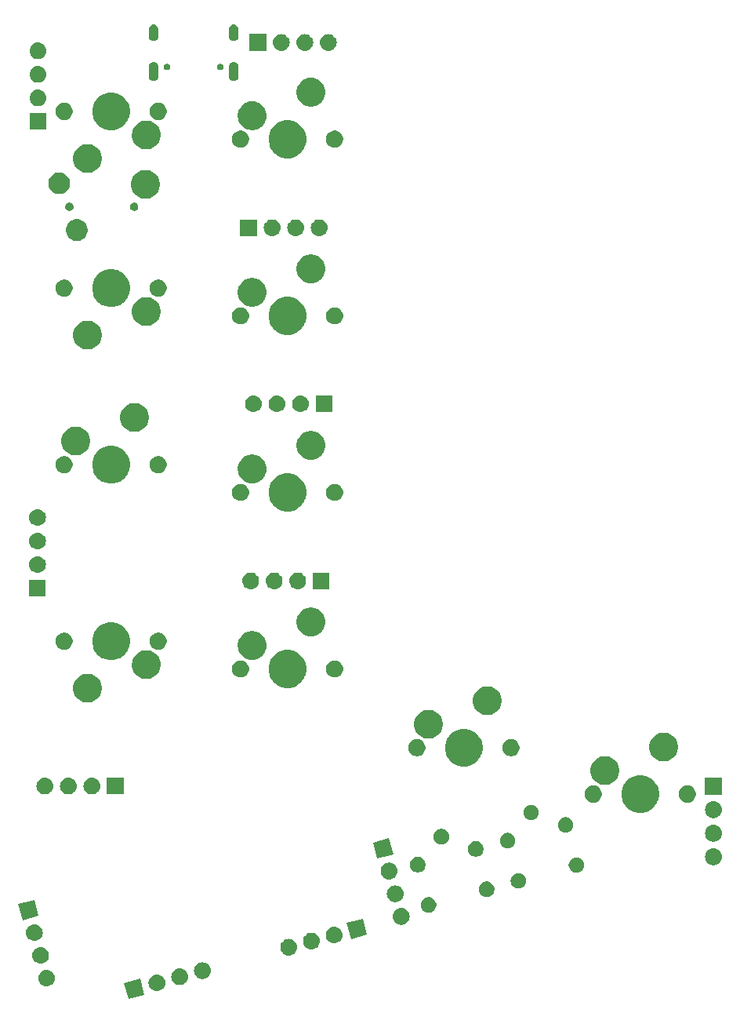
<source format=gbr>
G04 #@! TF.GenerationSoftware,KiCad,Pcbnew,(5.1.4)-1*
G04 #@! TF.CreationDate,2023-06-13T20:26:26-04:00*
G04 #@! TF.ProjectId,ThumbsUp,5468756d-6273-4557-902e-6b696361645f,rev?*
G04 #@! TF.SameCoordinates,Original*
G04 #@! TF.FileFunction,Soldermask,Top*
G04 #@! TF.FilePolarity,Negative*
%FSLAX46Y46*%
G04 Gerber Fmt 4.6, Leading zero omitted, Abs format (unit mm)*
G04 Created by KiCad (PCBNEW (5.1.4)-1) date 2023-06-13 20:26:26*
%MOMM*%
%LPD*%
G04 APERTURE LIST*
%ADD10C,0.100000*%
G04 APERTURE END LIST*
D10*
G36*
X166955165Y-473619626D02*
G01*
X165214567Y-474086018D01*
X164748175Y-472345420D01*
X166488773Y-471879028D01*
X166955165Y-473619626D01*
X166955165Y-473619626D01*
G37*
G36*
X168415564Y-471430641D02*
G01*
X168481749Y-471437160D01*
X168651588Y-471488680D01*
X168808113Y-471572345D01*
X168843851Y-471601675D01*
X168945308Y-471684937D01*
X169028570Y-471786394D01*
X169057900Y-471822132D01*
X169141565Y-471978657D01*
X169193085Y-472148496D01*
X169210481Y-472325123D01*
X169193085Y-472501750D01*
X169141565Y-472671589D01*
X169057900Y-472828114D01*
X169028570Y-472863852D01*
X168945308Y-472965309D01*
X168843851Y-473048571D01*
X168808113Y-473077901D01*
X168651588Y-473161566D01*
X168481749Y-473213086D01*
X168415565Y-473219604D01*
X168349382Y-473226123D01*
X168260862Y-473226123D01*
X168194679Y-473219604D01*
X168128495Y-473213086D01*
X167958656Y-473161566D01*
X167802131Y-473077901D01*
X167766393Y-473048571D01*
X167664936Y-472965309D01*
X167581674Y-472863852D01*
X167552344Y-472828114D01*
X167468679Y-472671589D01*
X167417159Y-472501750D01*
X167399763Y-472325123D01*
X167417159Y-472148496D01*
X167468679Y-471978657D01*
X167552344Y-471822132D01*
X167581674Y-471786394D01*
X167664936Y-471684937D01*
X167766393Y-471601675D01*
X167802131Y-471572345D01*
X167958656Y-471488680D01*
X168128495Y-471437160D01*
X168194680Y-471430641D01*
X168260862Y-471424123D01*
X168349382Y-471424123D01*
X168415564Y-471430641D01*
X168415564Y-471430641D01*
G37*
G36*
X156501573Y-470920497D02*
G01*
X156567757Y-470927015D01*
X156737596Y-470978535D01*
X156894121Y-471062200D01*
X156929859Y-471091530D01*
X157031316Y-471174792D01*
X157114578Y-471276249D01*
X157143908Y-471311987D01*
X157227573Y-471468512D01*
X157279093Y-471638351D01*
X157296489Y-471814978D01*
X157279093Y-471991605D01*
X157227573Y-472161444D01*
X157143908Y-472317969D01*
X157121379Y-472345420D01*
X157031316Y-472455164D01*
X156929859Y-472538426D01*
X156894121Y-472567756D01*
X156737596Y-472651421D01*
X156567757Y-472702941D01*
X156501572Y-472709460D01*
X156435390Y-472715978D01*
X156346870Y-472715978D01*
X156280688Y-472709460D01*
X156214503Y-472702941D01*
X156044664Y-472651421D01*
X155888139Y-472567756D01*
X155852401Y-472538426D01*
X155750944Y-472455164D01*
X155660881Y-472345420D01*
X155638352Y-472317969D01*
X155554687Y-472161444D01*
X155503167Y-471991605D01*
X155485771Y-471814978D01*
X155503167Y-471638351D01*
X155554687Y-471468512D01*
X155638352Y-471311987D01*
X155667682Y-471276249D01*
X155750944Y-471174792D01*
X155852401Y-471091530D01*
X155888139Y-471062200D01*
X156044664Y-470978535D01*
X156214503Y-470927015D01*
X156280687Y-470920497D01*
X156346870Y-470913978D01*
X156435390Y-470913978D01*
X156501573Y-470920497D01*
X156501573Y-470920497D01*
G37*
G36*
X170869016Y-470773241D02*
G01*
X170935200Y-470779759D01*
X171105039Y-470831279D01*
X171261564Y-470914944D01*
X171276272Y-470927015D01*
X171398759Y-471027536D01*
X171482021Y-471128993D01*
X171511351Y-471164731D01*
X171595016Y-471321256D01*
X171646536Y-471491095D01*
X171663932Y-471667722D01*
X171646536Y-471844349D01*
X171595016Y-472014188D01*
X171511351Y-472170713D01*
X171482021Y-472206451D01*
X171398759Y-472307908D01*
X171297302Y-472391170D01*
X171261564Y-472420500D01*
X171105039Y-472504165D01*
X170935200Y-472555685D01*
X170869016Y-472562203D01*
X170802833Y-472568722D01*
X170714313Y-472568722D01*
X170648130Y-472562203D01*
X170581946Y-472555685D01*
X170412107Y-472504165D01*
X170255582Y-472420500D01*
X170219844Y-472391170D01*
X170118387Y-472307908D01*
X170035125Y-472206451D01*
X170005795Y-472170713D01*
X169922130Y-472014188D01*
X169870610Y-471844349D01*
X169853214Y-471667722D01*
X169870610Y-471491095D01*
X169922130Y-471321256D01*
X170005795Y-471164731D01*
X170035125Y-471128993D01*
X170118387Y-471027536D01*
X170240874Y-470927015D01*
X170255582Y-470914944D01*
X170412107Y-470831279D01*
X170581946Y-470779759D01*
X170648130Y-470773241D01*
X170714313Y-470766722D01*
X170802833Y-470766722D01*
X170869016Y-470773241D01*
X170869016Y-470773241D01*
G37*
G36*
X173322468Y-470115841D02*
G01*
X173388652Y-470122359D01*
X173558491Y-470173879D01*
X173715016Y-470257544D01*
X173750754Y-470286874D01*
X173852211Y-470370136D01*
X173935473Y-470471593D01*
X173964803Y-470507331D01*
X174048468Y-470663856D01*
X174099988Y-470833695D01*
X174117384Y-471010322D01*
X174099988Y-471186949D01*
X174048468Y-471356788D01*
X173964803Y-471513313D01*
X173935473Y-471549051D01*
X173852211Y-471650508D01*
X173750754Y-471733770D01*
X173715016Y-471763100D01*
X173558491Y-471846765D01*
X173388652Y-471898285D01*
X173322468Y-471904803D01*
X173256285Y-471911322D01*
X173167765Y-471911322D01*
X173101582Y-471904803D01*
X173035398Y-471898285D01*
X172865559Y-471846765D01*
X172709034Y-471763100D01*
X172673296Y-471733770D01*
X172571839Y-471650508D01*
X172488577Y-471549051D01*
X172459247Y-471513313D01*
X172375582Y-471356788D01*
X172324062Y-471186949D01*
X172306666Y-471010322D01*
X172324062Y-470833695D01*
X172375582Y-470663856D01*
X172459247Y-470507331D01*
X172488577Y-470471593D01*
X172571839Y-470370136D01*
X172673296Y-470286874D01*
X172709034Y-470257544D01*
X172865559Y-470173879D01*
X173035398Y-470122359D01*
X173101582Y-470115841D01*
X173167765Y-470109322D01*
X173256285Y-470109322D01*
X173322468Y-470115841D01*
X173322468Y-470115841D01*
G37*
G36*
X155826562Y-468465310D02*
G01*
X155910357Y-468473563D01*
X156080196Y-468525083D01*
X156236721Y-468608748D01*
X156272459Y-468638078D01*
X156373916Y-468721340D01*
X156457178Y-468822797D01*
X156486508Y-468858535D01*
X156570173Y-469015060D01*
X156621693Y-469184899D01*
X156639089Y-469361526D01*
X156621693Y-469538153D01*
X156570173Y-469707992D01*
X156486508Y-469864517D01*
X156457178Y-469900255D01*
X156373916Y-470001712D01*
X156272459Y-470084974D01*
X156236721Y-470114304D01*
X156080196Y-470197969D01*
X155910357Y-470249489D01*
X155844173Y-470256007D01*
X155777990Y-470262526D01*
X155689470Y-470262526D01*
X155623287Y-470256007D01*
X155557103Y-470249489D01*
X155387264Y-470197969D01*
X155230739Y-470114304D01*
X155195001Y-470084974D01*
X155093544Y-470001712D01*
X155010282Y-469900255D01*
X154980952Y-469864517D01*
X154897287Y-469707992D01*
X154845767Y-469538153D01*
X154828371Y-469361526D01*
X154845767Y-469184899D01*
X154897287Y-469015060D01*
X154980952Y-468858535D01*
X155010282Y-468822797D01*
X155093544Y-468721340D01*
X155195001Y-468638078D01*
X155230739Y-468608748D01*
X155387264Y-468525083D01*
X155557103Y-468473563D01*
X155640898Y-468465310D01*
X155689470Y-468460526D01*
X155777990Y-468460526D01*
X155826562Y-468465310D01*
X155826562Y-468465310D01*
G37*
G36*
X182662112Y-467588043D02*
G01*
X182728296Y-467594561D01*
X182898135Y-467646081D01*
X183054660Y-467729746D01*
X183090398Y-467759076D01*
X183191855Y-467842338D01*
X183275117Y-467943795D01*
X183304447Y-467979533D01*
X183388112Y-468136058D01*
X183439632Y-468305897D01*
X183457028Y-468482524D01*
X183439632Y-468659151D01*
X183388112Y-468828990D01*
X183304447Y-468985515D01*
X183280200Y-469015060D01*
X183191855Y-469122710D01*
X183090398Y-469205972D01*
X183054660Y-469235302D01*
X182898135Y-469318967D01*
X182728296Y-469370487D01*
X182662112Y-469377005D01*
X182595929Y-469383524D01*
X182507409Y-469383524D01*
X182441226Y-469377005D01*
X182375042Y-469370487D01*
X182205203Y-469318967D01*
X182048678Y-469235302D01*
X182012940Y-469205972D01*
X181911483Y-469122710D01*
X181823138Y-469015060D01*
X181798891Y-468985515D01*
X181715226Y-468828990D01*
X181663706Y-468659151D01*
X181646310Y-468482524D01*
X181663706Y-468305897D01*
X181715226Y-468136058D01*
X181798891Y-467979533D01*
X181828221Y-467943795D01*
X181911483Y-467842338D01*
X182012940Y-467759076D01*
X182048678Y-467729746D01*
X182205203Y-467646081D01*
X182375042Y-467594561D01*
X182441226Y-467588043D01*
X182507409Y-467581524D01*
X182595929Y-467581524D01*
X182662112Y-467588043D01*
X182662112Y-467588043D01*
G37*
G36*
X185115564Y-466930643D02*
G01*
X185181748Y-466937161D01*
X185351587Y-466988681D01*
X185508112Y-467072346D01*
X185543850Y-467101676D01*
X185645307Y-467184938D01*
X185728569Y-467286395D01*
X185757899Y-467322133D01*
X185841564Y-467478658D01*
X185893084Y-467648497D01*
X185910480Y-467825124D01*
X185893084Y-468001751D01*
X185841564Y-468171590D01*
X185757899Y-468328115D01*
X185728569Y-468363853D01*
X185645307Y-468465310D01*
X185543850Y-468548572D01*
X185508112Y-468577902D01*
X185351587Y-468661567D01*
X185181748Y-468713087D01*
X185115564Y-468719605D01*
X185049381Y-468726124D01*
X184960861Y-468726124D01*
X184894678Y-468719605D01*
X184828494Y-468713087D01*
X184658655Y-468661567D01*
X184502130Y-468577902D01*
X184466392Y-468548572D01*
X184364935Y-468465310D01*
X184281673Y-468363853D01*
X184252343Y-468328115D01*
X184168678Y-468171590D01*
X184117158Y-468001751D01*
X184099762Y-467825124D01*
X184117158Y-467648497D01*
X184168678Y-467478658D01*
X184252343Y-467322133D01*
X184281673Y-467286395D01*
X184364935Y-467184938D01*
X184466392Y-467101676D01*
X184502130Y-467072346D01*
X184658655Y-466988681D01*
X184828494Y-466937161D01*
X184894678Y-466930643D01*
X184960861Y-466924124D01*
X185049381Y-466924124D01*
X185115564Y-466930643D01*
X185115564Y-466930643D01*
G37*
G36*
X187569014Y-466273241D02*
G01*
X187635199Y-466279760D01*
X187805038Y-466331280D01*
X187961563Y-466414945D01*
X187997301Y-466444275D01*
X188098758Y-466527537D01*
X188182020Y-466628994D01*
X188211350Y-466664732D01*
X188295015Y-466821257D01*
X188346535Y-466991096D01*
X188363931Y-467167723D01*
X188346535Y-467344350D01*
X188295015Y-467514189D01*
X188211350Y-467670714D01*
X188182020Y-467706452D01*
X188098758Y-467807909D01*
X187997301Y-467891171D01*
X187961563Y-467920501D01*
X187805038Y-468004166D01*
X187635199Y-468055686D01*
X187569014Y-468062205D01*
X187502832Y-468068723D01*
X187414312Y-468068723D01*
X187348130Y-468062205D01*
X187281945Y-468055686D01*
X187112106Y-468004166D01*
X186955581Y-467920501D01*
X186919843Y-467891171D01*
X186818386Y-467807909D01*
X186735124Y-467706452D01*
X186705794Y-467670714D01*
X186622129Y-467514189D01*
X186570609Y-467344350D01*
X186553213Y-467167723D01*
X186570609Y-466991096D01*
X186622129Y-466821257D01*
X186705794Y-466664732D01*
X186735124Y-466628994D01*
X186818386Y-466527537D01*
X186919843Y-466444275D01*
X186955581Y-466414945D01*
X187112106Y-466331280D01*
X187281945Y-466279760D01*
X187348130Y-466273241D01*
X187414312Y-466266723D01*
X187502832Y-466266723D01*
X187569014Y-466273241D01*
X187569014Y-466273241D01*
G37*
G36*
X155186772Y-466013594D02*
G01*
X155252956Y-466020112D01*
X155422795Y-466071632D01*
X155579320Y-466155297D01*
X155615058Y-466184627D01*
X155716515Y-466267889D01*
X155799777Y-466369346D01*
X155829107Y-466405084D01*
X155912772Y-466561609D01*
X155964292Y-466731448D01*
X155981688Y-466908075D01*
X155964292Y-467084702D01*
X155912772Y-467254541D01*
X155829107Y-467411066D01*
X155799777Y-467446804D01*
X155716515Y-467548261D01*
X155636632Y-467613818D01*
X155579320Y-467660853D01*
X155422795Y-467744518D01*
X155252956Y-467796038D01*
X155186772Y-467802556D01*
X155120589Y-467809075D01*
X155032069Y-467809075D01*
X154965886Y-467802556D01*
X154899702Y-467796038D01*
X154729863Y-467744518D01*
X154573338Y-467660853D01*
X154516026Y-467613818D01*
X154436143Y-467548261D01*
X154352881Y-467446804D01*
X154323551Y-467411066D01*
X154239886Y-467254541D01*
X154188366Y-467084702D01*
X154170970Y-466908075D01*
X154188366Y-466731448D01*
X154239886Y-466561609D01*
X154323551Y-466405084D01*
X154352881Y-466369346D01*
X154436143Y-466267889D01*
X154537600Y-466184627D01*
X154573338Y-466155297D01*
X154729863Y-466071632D01*
X154899702Y-466020112D01*
X154965886Y-466013594D01*
X155032069Y-466007075D01*
X155120589Y-466007075D01*
X155186772Y-466013594D01*
X155186772Y-466013594D01*
G37*
G36*
X191015519Y-467147426D02*
G01*
X189274921Y-467613818D01*
X188808529Y-465873220D01*
X190549127Y-465406828D01*
X191015519Y-467147426D01*
X191015519Y-467147426D01*
G37*
G36*
X194809069Y-464273777D02*
G01*
X194875253Y-464280295D01*
X195045092Y-464331815D01*
X195201617Y-464415480D01*
X195237355Y-464444810D01*
X195338812Y-464528072D01*
X195422074Y-464629529D01*
X195451404Y-464665267D01*
X195535069Y-464821792D01*
X195586589Y-464991631D01*
X195603985Y-465168258D01*
X195586589Y-465344885D01*
X195535069Y-465514724D01*
X195451404Y-465671249D01*
X195422074Y-465706987D01*
X195338812Y-465808444D01*
X195259881Y-465873220D01*
X195201617Y-465921036D01*
X195045092Y-466004701D01*
X194875253Y-466056221D01*
X194809068Y-466062740D01*
X194742886Y-466069258D01*
X194654366Y-466069258D01*
X194588184Y-466062740D01*
X194521999Y-466056221D01*
X194352160Y-466004701D01*
X194195635Y-465921036D01*
X194137371Y-465873220D01*
X194058440Y-465808444D01*
X193975178Y-465706987D01*
X193945848Y-465671249D01*
X193862183Y-465514724D01*
X193810663Y-465344885D01*
X193793267Y-465168258D01*
X193810663Y-464991631D01*
X193862183Y-464821792D01*
X193945848Y-464665267D01*
X193975178Y-464629529D01*
X194058440Y-464528072D01*
X194159897Y-464444810D01*
X194195635Y-464415480D01*
X194352160Y-464331815D01*
X194521999Y-464280295D01*
X194588183Y-464273777D01*
X194654366Y-464267258D01*
X194742886Y-464267258D01*
X194809069Y-464273777D01*
X194809069Y-464273777D01*
G37*
G36*
X155522424Y-465091726D02*
G01*
X153781826Y-465558118D01*
X153315434Y-463817520D01*
X155056032Y-463351128D01*
X155522424Y-465091726D01*
X155522424Y-465091726D01*
G37*
G36*
X197892930Y-463112676D02*
G01*
X198045527Y-463175883D01*
X198182861Y-463267647D01*
X198299655Y-463384441D01*
X198391419Y-463521775D01*
X198454626Y-463674372D01*
X198486849Y-463836367D01*
X198486849Y-464001539D01*
X198454626Y-464163534D01*
X198391419Y-464316131D01*
X198299655Y-464453465D01*
X198182861Y-464570259D01*
X198045527Y-464662023D01*
X197892930Y-464725230D01*
X197730935Y-464757453D01*
X197565763Y-464757453D01*
X197403768Y-464725230D01*
X197251171Y-464662023D01*
X197113837Y-464570259D01*
X196997043Y-464453465D01*
X196905279Y-464316131D01*
X196842072Y-464163534D01*
X196809849Y-464001539D01*
X196809849Y-463836367D01*
X196842072Y-463674372D01*
X196905279Y-463521775D01*
X196997043Y-463384441D01*
X197113837Y-463267647D01*
X197251171Y-463175883D01*
X197403768Y-463112676D01*
X197565763Y-463080453D01*
X197730935Y-463080453D01*
X197892930Y-463112676D01*
X197892930Y-463112676D01*
G37*
G36*
X194151668Y-461820324D02*
G01*
X194217853Y-461826843D01*
X194387692Y-461878363D01*
X194544217Y-461962028D01*
X194579955Y-461991358D01*
X194681412Y-462074620D01*
X194737601Y-462143088D01*
X194794004Y-462211815D01*
X194877669Y-462368340D01*
X194929189Y-462538179D01*
X194946585Y-462714806D01*
X194929189Y-462891433D01*
X194886563Y-463031951D01*
X194877668Y-463061274D01*
X194850193Y-463112676D01*
X194794004Y-463217797D01*
X194764674Y-463253535D01*
X194681412Y-463354992D01*
X194579955Y-463438254D01*
X194544217Y-463467584D01*
X194387692Y-463551249D01*
X194217853Y-463602769D01*
X194151669Y-463609287D01*
X194085486Y-463615806D01*
X193996966Y-463615806D01*
X193930783Y-463609287D01*
X193864599Y-463602769D01*
X193694760Y-463551249D01*
X193538235Y-463467584D01*
X193502497Y-463438254D01*
X193401040Y-463354992D01*
X193317778Y-463253535D01*
X193288448Y-463217797D01*
X193232259Y-463112676D01*
X193204784Y-463061274D01*
X193195889Y-463031951D01*
X193153263Y-462891433D01*
X193135867Y-462714806D01*
X193153263Y-462538179D01*
X193204783Y-462368340D01*
X193288448Y-462211815D01*
X193344851Y-462143088D01*
X193401040Y-462074620D01*
X193502497Y-461991358D01*
X193538235Y-461962028D01*
X193694760Y-461878363D01*
X193864599Y-461826843D01*
X193930784Y-461820324D01*
X193996966Y-461813806D01*
X194085486Y-461813806D01*
X194151668Y-461820324D01*
X194151668Y-461820324D01*
G37*
G36*
X204168502Y-461419397D02*
G01*
X204321099Y-461482604D01*
X204458433Y-461574368D01*
X204575227Y-461691162D01*
X204666991Y-461828496D01*
X204730198Y-461981093D01*
X204762421Y-462143088D01*
X204762421Y-462308260D01*
X204730198Y-462470255D01*
X204666991Y-462622852D01*
X204575227Y-462760186D01*
X204458433Y-462876980D01*
X204321099Y-462968744D01*
X204168502Y-463031951D01*
X204006507Y-463064174D01*
X203841335Y-463064174D01*
X203679340Y-463031951D01*
X203526743Y-462968744D01*
X203389409Y-462876980D01*
X203272615Y-462760186D01*
X203180851Y-462622852D01*
X203117644Y-462470255D01*
X203085421Y-462308260D01*
X203085421Y-462143088D01*
X203117644Y-461981093D01*
X203180851Y-461828496D01*
X203272615Y-461691162D01*
X203389409Y-461574368D01*
X203526743Y-461482604D01*
X203679340Y-461419397D01*
X203841335Y-461387174D01*
X204006507Y-461387174D01*
X204168502Y-461419397D01*
X204168502Y-461419397D01*
G37*
G36*
X207592930Y-460512676D02*
G01*
X207745527Y-460575883D01*
X207882861Y-460667647D01*
X207999655Y-460784441D01*
X208091419Y-460921775D01*
X208154626Y-461074372D01*
X208186849Y-461236367D01*
X208186849Y-461401539D01*
X208154626Y-461563534D01*
X208091419Y-461716131D01*
X207999655Y-461853465D01*
X207882861Y-461970259D01*
X207745527Y-462062023D01*
X207592930Y-462125230D01*
X207430935Y-462157453D01*
X207265763Y-462157453D01*
X207103768Y-462125230D01*
X206951171Y-462062023D01*
X206813837Y-461970259D01*
X206697043Y-461853465D01*
X206605279Y-461716131D01*
X206542072Y-461563534D01*
X206509849Y-461401539D01*
X206509849Y-461236367D01*
X206542072Y-461074372D01*
X206605279Y-460921775D01*
X206697043Y-460784441D01*
X206813837Y-460667647D01*
X206951171Y-460575883D01*
X207103768Y-460512676D01*
X207265763Y-460480453D01*
X207430935Y-460480453D01*
X207592930Y-460512676D01*
X207592930Y-460512676D01*
G37*
G36*
X193494267Y-459366873D02*
G01*
X193560452Y-459373392D01*
X193730291Y-459424912D01*
X193886816Y-459508577D01*
X193922554Y-459537907D01*
X194024011Y-459621169D01*
X194107273Y-459722626D01*
X194136603Y-459758364D01*
X194220268Y-459914889D01*
X194271788Y-460084728D01*
X194289184Y-460261355D01*
X194271788Y-460437982D01*
X194220268Y-460607821D01*
X194136603Y-460764346D01*
X194120112Y-460784440D01*
X194024011Y-460901541D01*
X193922554Y-460984803D01*
X193886816Y-461014133D01*
X193730291Y-461097798D01*
X193560452Y-461149318D01*
X193494268Y-461155836D01*
X193428085Y-461162355D01*
X193339565Y-461162355D01*
X193273382Y-461155836D01*
X193207198Y-461149318D01*
X193037359Y-461097798D01*
X192880834Y-461014133D01*
X192845096Y-460984803D01*
X192743639Y-460901541D01*
X192647538Y-460784440D01*
X192631047Y-460764346D01*
X192547382Y-460607821D01*
X192495862Y-460437982D01*
X192478466Y-460261355D01*
X192495862Y-460084728D01*
X192547382Y-459914889D01*
X192631047Y-459758364D01*
X192660377Y-459722626D01*
X192743639Y-459621169D01*
X192845096Y-459537907D01*
X192880834Y-459508577D01*
X193037359Y-459424912D01*
X193207198Y-459373392D01*
X193273383Y-459366873D01*
X193339565Y-459360355D01*
X193428085Y-459360355D01*
X193494267Y-459366873D01*
X193494267Y-459366873D01*
G37*
G36*
X213868502Y-458819397D02*
G01*
X214021099Y-458882604D01*
X214158433Y-458974368D01*
X214275227Y-459091162D01*
X214366991Y-459228496D01*
X214430198Y-459381093D01*
X214462421Y-459543088D01*
X214462421Y-459708260D01*
X214430198Y-459870255D01*
X214366991Y-460022852D01*
X214275227Y-460160186D01*
X214158433Y-460276980D01*
X214021099Y-460368744D01*
X213868502Y-460431951D01*
X213706507Y-460464174D01*
X213541335Y-460464174D01*
X213379340Y-460431951D01*
X213226743Y-460368744D01*
X213089409Y-460276980D01*
X212972615Y-460160186D01*
X212880851Y-460022852D01*
X212817644Y-459870255D01*
X212785421Y-459708260D01*
X212785421Y-459543088D01*
X212817644Y-459381093D01*
X212880851Y-459228496D01*
X212972615Y-459091162D01*
X213089409Y-458974368D01*
X213226743Y-458882604D01*
X213379340Y-458819397D01*
X213541335Y-458787174D01*
X213706507Y-458787174D01*
X213868502Y-458819397D01*
X213868502Y-458819397D01*
G37*
G36*
X196720660Y-458768049D02*
G01*
X196873257Y-458831256D01*
X197010591Y-458923020D01*
X197127385Y-459039814D01*
X197219149Y-459177148D01*
X197282356Y-459329745D01*
X197314579Y-459491740D01*
X197314579Y-459656912D01*
X197282356Y-459818907D01*
X197219149Y-459971504D01*
X197127385Y-460108838D01*
X197010591Y-460225632D01*
X196873257Y-460317396D01*
X196720660Y-460380603D01*
X196558665Y-460412826D01*
X196393493Y-460412826D01*
X196231498Y-460380603D01*
X196078901Y-460317396D01*
X195941567Y-460225632D01*
X195824773Y-460108838D01*
X195733009Y-459971504D01*
X195669802Y-459818907D01*
X195637579Y-459656912D01*
X195637579Y-459491740D01*
X195669802Y-459329745D01*
X195733009Y-459177148D01*
X195824773Y-459039814D01*
X195941567Y-458923020D01*
X196078901Y-458831256D01*
X196231498Y-458768049D01*
X196393493Y-458735826D01*
X196558665Y-458735826D01*
X196720660Y-458768049D01*
X196720660Y-458768049D01*
G37*
G36*
X228522467Y-457835840D02*
G01*
X228588652Y-457842359D01*
X228758491Y-457893879D01*
X228915016Y-457977544D01*
X228950754Y-458006874D01*
X229052211Y-458090136D01*
X229135473Y-458191593D01*
X229164803Y-458227331D01*
X229248468Y-458383856D01*
X229299988Y-458553695D01*
X229317384Y-458730322D01*
X229299988Y-458906949D01*
X229248468Y-459076788D01*
X229164803Y-459233313D01*
X229135473Y-459269051D01*
X229052211Y-459370508D01*
X228985917Y-459424913D01*
X228915016Y-459483100D01*
X228758491Y-459566765D01*
X228588652Y-459618285D01*
X228522467Y-459624804D01*
X228456285Y-459631322D01*
X228367765Y-459631322D01*
X228301583Y-459624804D01*
X228235398Y-459618285D01*
X228065559Y-459566765D01*
X227909034Y-459483100D01*
X227838133Y-459424913D01*
X227771839Y-459370508D01*
X227688577Y-459269051D01*
X227659247Y-459233313D01*
X227575582Y-459076788D01*
X227524062Y-458906949D01*
X227506666Y-458730322D01*
X227524062Y-458553695D01*
X227575582Y-458383856D01*
X227659247Y-458227331D01*
X227688577Y-458191593D01*
X227771839Y-458090136D01*
X227873296Y-458006874D01*
X227909034Y-457977544D01*
X228065559Y-457893879D01*
X228235398Y-457842359D01*
X228301583Y-457835840D01*
X228367765Y-457829322D01*
X228456285Y-457829322D01*
X228522467Y-457835840D01*
X228522467Y-457835840D01*
G37*
G36*
X193829920Y-458445006D02*
G01*
X192089322Y-458911398D01*
X191622930Y-457170800D01*
X193363528Y-456704408D01*
X193829920Y-458445006D01*
X193829920Y-458445006D01*
G37*
G36*
X202996232Y-457074770D02*
G01*
X203148829Y-457137977D01*
X203286163Y-457229741D01*
X203402957Y-457346535D01*
X203494721Y-457483869D01*
X203557928Y-457636466D01*
X203590151Y-457798461D01*
X203590151Y-457963633D01*
X203557928Y-458125628D01*
X203494721Y-458278225D01*
X203402957Y-458415559D01*
X203286163Y-458532353D01*
X203148829Y-458624117D01*
X202996232Y-458687324D01*
X202834237Y-458719547D01*
X202669065Y-458719547D01*
X202507070Y-458687324D01*
X202354473Y-458624117D01*
X202217139Y-458532353D01*
X202100345Y-458415559D01*
X202008581Y-458278225D01*
X201945374Y-458125628D01*
X201913151Y-457963633D01*
X201913151Y-457798461D01*
X201945374Y-457636466D01*
X202008581Y-457483869D01*
X202100345Y-457346535D01*
X202217139Y-457229741D01*
X202354473Y-457137977D01*
X202507070Y-457074770D01*
X202669065Y-457042547D01*
X202834237Y-457042547D01*
X202996232Y-457074770D01*
X202996232Y-457074770D01*
G37*
G36*
X206420660Y-456168049D02*
G01*
X206573257Y-456231256D01*
X206710591Y-456323020D01*
X206827385Y-456439814D01*
X206919149Y-456577148D01*
X206982356Y-456729745D01*
X207014579Y-456891740D01*
X207014579Y-457056912D01*
X206982356Y-457218907D01*
X206919149Y-457371504D01*
X206827385Y-457508838D01*
X206710591Y-457625632D01*
X206573257Y-457717396D01*
X206420660Y-457780603D01*
X206258665Y-457812826D01*
X206093493Y-457812826D01*
X205931498Y-457780603D01*
X205778901Y-457717396D01*
X205641567Y-457625632D01*
X205524773Y-457508838D01*
X205433009Y-457371504D01*
X205369802Y-457218907D01*
X205337579Y-457056912D01*
X205337579Y-456891740D01*
X205369802Y-456729745D01*
X205433009Y-456577148D01*
X205524773Y-456439814D01*
X205641567Y-456323020D01*
X205778901Y-456231256D01*
X205931498Y-456168049D01*
X206093493Y-456135826D01*
X206258665Y-456135826D01*
X206420660Y-456168049D01*
X206420660Y-456168049D01*
G37*
G36*
X199272311Y-455749096D02*
G01*
X199424908Y-455812303D01*
X199562242Y-455904067D01*
X199679036Y-456020861D01*
X199770800Y-456158195D01*
X199834007Y-456310792D01*
X199866230Y-456472787D01*
X199866230Y-456637959D01*
X199834007Y-456799954D01*
X199770800Y-456952551D01*
X199679036Y-457089885D01*
X199562242Y-457206679D01*
X199424908Y-457298443D01*
X199272311Y-457361650D01*
X199110316Y-457393873D01*
X198945144Y-457393873D01*
X198783149Y-457361650D01*
X198630552Y-457298443D01*
X198493218Y-457206679D01*
X198376424Y-457089885D01*
X198284660Y-456952551D01*
X198221453Y-456799954D01*
X198189230Y-456637959D01*
X198189230Y-456472787D01*
X198221453Y-456310792D01*
X198284660Y-456158195D01*
X198376424Y-456020861D01*
X198493218Y-455904067D01*
X198630552Y-455812303D01*
X198783149Y-455749096D01*
X198945144Y-455716873D01*
X199110316Y-455716873D01*
X199272311Y-455749096D01*
X199272311Y-455749096D01*
G37*
G36*
X228522467Y-455295840D02*
G01*
X228588652Y-455302359D01*
X228758491Y-455353879D01*
X228758493Y-455353880D01*
X228776739Y-455363633D01*
X228915016Y-455437544D01*
X228950754Y-455466874D01*
X229052211Y-455550136D01*
X229135473Y-455651593D01*
X229164803Y-455687331D01*
X229248468Y-455843856D01*
X229299988Y-456013695D01*
X229317384Y-456190322D01*
X229299988Y-456366949D01*
X229267882Y-456472787D01*
X229248467Y-456536790D01*
X229226895Y-456577148D01*
X229164803Y-456693313D01*
X229135473Y-456729051D01*
X229052211Y-456830508D01*
X228977598Y-456891740D01*
X228915016Y-456943100D01*
X228758491Y-457026765D01*
X228588652Y-457078285D01*
X228522468Y-457084803D01*
X228456285Y-457091322D01*
X228367765Y-457091322D01*
X228301582Y-457084803D01*
X228235398Y-457078285D01*
X228065559Y-457026765D01*
X227909034Y-456943100D01*
X227846452Y-456891740D01*
X227771839Y-456830508D01*
X227688577Y-456729051D01*
X227659247Y-456693313D01*
X227597155Y-456577148D01*
X227575583Y-456536790D01*
X227556168Y-456472787D01*
X227524062Y-456366949D01*
X227506666Y-456190322D01*
X227524062Y-456013695D01*
X227575582Y-455843856D01*
X227659247Y-455687331D01*
X227688577Y-455651593D01*
X227771839Y-455550136D01*
X227873296Y-455466874D01*
X227909034Y-455437544D01*
X228047311Y-455363633D01*
X228065557Y-455353880D01*
X228065559Y-455353879D01*
X228235398Y-455302359D01*
X228301583Y-455295840D01*
X228367765Y-455289322D01*
X228456285Y-455289322D01*
X228522467Y-455295840D01*
X228522467Y-455295840D01*
G37*
G36*
X212696232Y-454474770D02*
G01*
X212848829Y-454537977D01*
X212986163Y-454629741D01*
X213102957Y-454746535D01*
X213194721Y-454883869D01*
X213257928Y-455036466D01*
X213290151Y-455198461D01*
X213290151Y-455363633D01*
X213257928Y-455525628D01*
X213194721Y-455678225D01*
X213102957Y-455815559D01*
X212986163Y-455932353D01*
X212848829Y-456024117D01*
X212696232Y-456087324D01*
X212534237Y-456119547D01*
X212369065Y-456119547D01*
X212207070Y-456087324D01*
X212054473Y-456024117D01*
X211917139Y-455932353D01*
X211800345Y-455815559D01*
X211708581Y-455678225D01*
X211645374Y-455525628D01*
X211613151Y-455363633D01*
X211613151Y-455198461D01*
X211645374Y-455036466D01*
X211708581Y-454883869D01*
X211800345Y-454746535D01*
X211917139Y-454629741D01*
X212054473Y-454537977D01*
X212207070Y-454474770D01*
X212369065Y-454442547D01*
X212534237Y-454442547D01*
X212696232Y-454474770D01*
X212696232Y-454474770D01*
G37*
G36*
X208972311Y-453149096D02*
G01*
X209124908Y-453212303D01*
X209262242Y-453304067D01*
X209379036Y-453420861D01*
X209470800Y-453558195D01*
X209534007Y-453710792D01*
X209566230Y-453872787D01*
X209566230Y-454037959D01*
X209534007Y-454199954D01*
X209470800Y-454352551D01*
X209379036Y-454489885D01*
X209262242Y-454606679D01*
X209124908Y-454698443D01*
X208972311Y-454761650D01*
X208810316Y-454793873D01*
X208645144Y-454793873D01*
X208483149Y-454761650D01*
X208330552Y-454698443D01*
X208193218Y-454606679D01*
X208076424Y-454489885D01*
X207984660Y-454352551D01*
X207921453Y-454199954D01*
X207889230Y-454037959D01*
X207889230Y-453872787D01*
X207921453Y-453710792D01*
X207984660Y-453558195D01*
X208076424Y-453420861D01*
X208193218Y-453304067D01*
X208330552Y-453212303D01*
X208483149Y-453149096D01*
X208645144Y-453116873D01*
X208810316Y-453116873D01*
X208972311Y-453149096D01*
X208972311Y-453149096D01*
G37*
G36*
X228522468Y-452755841D02*
G01*
X228588652Y-452762359D01*
X228758491Y-452813879D01*
X228915016Y-452897544D01*
X228950754Y-452926874D01*
X229052211Y-453010136D01*
X229135473Y-453111593D01*
X229164803Y-453147331D01*
X229248468Y-453303856D01*
X229299988Y-453473695D01*
X229317384Y-453650322D01*
X229299988Y-453826949D01*
X229248468Y-453996788D01*
X229248467Y-453996790D01*
X229206636Y-454075050D01*
X229164803Y-454153313D01*
X229135473Y-454189051D01*
X229052211Y-454290508D01*
X228950754Y-454373770D01*
X228915016Y-454403100D01*
X228758491Y-454486765D01*
X228588652Y-454538285D01*
X228522468Y-454544803D01*
X228456285Y-454551322D01*
X228367765Y-454551322D01*
X228301582Y-454544803D01*
X228235398Y-454538285D01*
X228065559Y-454486765D01*
X227909034Y-454403100D01*
X227873296Y-454373770D01*
X227771839Y-454290508D01*
X227688577Y-454189051D01*
X227659247Y-454153313D01*
X227617414Y-454075050D01*
X227575583Y-453996790D01*
X227575582Y-453996788D01*
X227524062Y-453826949D01*
X227506666Y-453650322D01*
X227524062Y-453473695D01*
X227575582Y-453303856D01*
X227659247Y-453147331D01*
X227688577Y-453111593D01*
X227771839Y-453010136D01*
X227873296Y-452926874D01*
X227909034Y-452897544D01*
X228065559Y-452813879D01*
X228235398Y-452762359D01*
X228301582Y-452755841D01*
X228367765Y-452749322D01*
X228456285Y-452749322D01*
X228522468Y-452755841D01*
X228522468Y-452755841D01*
G37*
G36*
X221108499Y-449994006D02*
G01*
X221326499Y-450084305D01*
X221480648Y-450148155D01*
X221815573Y-450371945D01*
X222100402Y-450656774D01*
X222324192Y-450991699D01*
X222356587Y-451069908D01*
X222478341Y-451363848D01*
X222556925Y-451758916D01*
X222556925Y-452161728D01*
X222478341Y-452556796D01*
X222427476Y-452679594D01*
X222324192Y-452928945D01*
X222100402Y-453263870D01*
X221815573Y-453548699D01*
X221480648Y-453772489D01*
X221349174Y-453826947D01*
X221108499Y-453926638D01*
X220713431Y-454005222D01*
X220310619Y-454005222D01*
X219915551Y-453926638D01*
X219674876Y-453826947D01*
X219543402Y-453772489D01*
X219208477Y-453548699D01*
X218923648Y-453263870D01*
X218699858Y-452928945D01*
X218596574Y-452679594D01*
X218545709Y-452556796D01*
X218467125Y-452161728D01*
X218467125Y-451758916D01*
X218545709Y-451363848D01*
X218667463Y-451069908D01*
X218699858Y-450991699D01*
X218923648Y-450656774D01*
X219208477Y-450371945D01*
X219543402Y-450148155D01*
X219697551Y-450084305D01*
X219915551Y-449994006D01*
X220310619Y-449915422D01*
X220713431Y-449915422D01*
X221108499Y-449994006D01*
X221108499Y-449994006D01*
G37*
G36*
X215702129Y-451069907D02*
G01*
X215870651Y-451139711D01*
X216022316Y-451241050D01*
X216151297Y-451370031D01*
X216252636Y-451521696D01*
X216322440Y-451690218D01*
X216358025Y-451869119D01*
X216358025Y-452051525D01*
X216322440Y-452230426D01*
X216252636Y-452398948D01*
X216151297Y-452550613D01*
X216022316Y-452679594D01*
X215870651Y-452780933D01*
X215702129Y-452850737D01*
X215523228Y-452886322D01*
X215340822Y-452886322D01*
X215161921Y-452850737D01*
X214993399Y-452780933D01*
X214841734Y-452679594D01*
X214712753Y-452550613D01*
X214611414Y-452398948D01*
X214541610Y-452230426D01*
X214506025Y-452051525D01*
X214506025Y-451869119D01*
X214541610Y-451690218D01*
X214611414Y-451521696D01*
X214712753Y-451370031D01*
X214841734Y-451241050D01*
X214993399Y-451139711D01*
X215161921Y-451069907D01*
X215340822Y-451034322D01*
X215523228Y-451034322D01*
X215702129Y-451069907D01*
X215702129Y-451069907D01*
G37*
G36*
X225862129Y-451069907D02*
G01*
X226030651Y-451139711D01*
X226182316Y-451241050D01*
X226311297Y-451370031D01*
X226412636Y-451521696D01*
X226482440Y-451690218D01*
X226518025Y-451869119D01*
X226518025Y-452051525D01*
X226482440Y-452230426D01*
X226412636Y-452398948D01*
X226311297Y-452550613D01*
X226182316Y-452679594D01*
X226030651Y-452780933D01*
X225862129Y-452850737D01*
X225683228Y-452886322D01*
X225500822Y-452886322D01*
X225321921Y-452850737D01*
X225153399Y-452780933D01*
X225001734Y-452679594D01*
X224872753Y-452550613D01*
X224771414Y-452398948D01*
X224701610Y-452230426D01*
X224666025Y-452051525D01*
X224666025Y-451869119D01*
X224701610Y-451690218D01*
X224771414Y-451521696D01*
X224872753Y-451370031D01*
X225001734Y-451241050D01*
X225153399Y-451139711D01*
X225321921Y-451069907D01*
X225500822Y-451034322D01*
X225683228Y-451034322D01*
X225862129Y-451069907D01*
X225862129Y-451069907D01*
G37*
G36*
X229313025Y-452011322D02*
G01*
X227511025Y-452011322D01*
X227511025Y-450209322D01*
X229313025Y-450209322D01*
X229313025Y-452011322D01*
X229313025Y-452011322D01*
G37*
G36*
X164716921Y-451985972D02*
G01*
X162914921Y-451985972D01*
X162914921Y-450183972D01*
X164716921Y-450183972D01*
X164716921Y-451985972D01*
X164716921Y-451985972D01*
G37*
G36*
X161386363Y-450190490D02*
G01*
X161452548Y-450197009D01*
X161622387Y-450248529D01*
X161778912Y-450332194D01*
X161814650Y-450361524D01*
X161916107Y-450444786D01*
X161999369Y-450546243D01*
X162028699Y-450581981D01*
X162112364Y-450738506D01*
X162163884Y-450908345D01*
X162181280Y-451084972D01*
X162163884Y-451261599D01*
X162112364Y-451431438D01*
X162028699Y-451587963D01*
X161999369Y-451623701D01*
X161916107Y-451725158D01*
X161814650Y-451808420D01*
X161778912Y-451837750D01*
X161622387Y-451921415D01*
X161452548Y-451972935D01*
X161386364Y-451979453D01*
X161320181Y-451985972D01*
X161231661Y-451985972D01*
X161165478Y-451979453D01*
X161099294Y-451972935D01*
X160929455Y-451921415D01*
X160772930Y-451837750D01*
X160737192Y-451808420D01*
X160635735Y-451725158D01*
X160552473Y-451623701D01*
X160523143Y-451587963D01*
X160439478Y-451431438D01*
X160387958Y-451261599D01*
X160370562Y-451084972D01*
X160387958Y-450908345D01*
X160439478Y-450738506D01*
X160523143Y-450581981D01*
X160552473Y-450546243D01*
X160635735Y-450444786D01*
X160737192Y-450361524D01*
X160772930Y-450332194D01*
X160929455Y-450248529D01*
X161099294Y-450197009D01*
X161165479Y-450190490D01*
X161231661Y-450183972D01*
X161320181Y-450183972D01*
X161386363Y-450190490D01*
X161386363Y-450190490D01*
G37*
G36*
X158846363Y-450190490D02*
G01*
X158912548Y-450197009D01*
X159082387Y-450248529D01*
X159238912Y-450332194D01*
X159274650Y-450361524D01*
X159376107Y-450444786D01*
X159459369Y-450546243D01*
X159488699Y-450581981D01*
X159572364Y-450738506D01*
X159623884Y-450908345D01*
X159641280Y-451084972D01*
X159623884Y-451261599D01*
X159572364Y-451431438D01*
X159488699Y-451587963D01*
X159459369Y-451623701D01*
X159376107Y-451725158D01*
X159274650Y-451808420D01*
X159238912Y-451837750D01*
X159082387Y-451921415D01*
X158912548Y-451972935D01*
X158846364Y-451979453D01*
X158780181Y-451985972D01*
X158691661Y-451985972D01*
X158625478Y-451979453D01*
X158559294Y-451972935D01*
X158389455Y-451921415D01*
X158232930Y-451837750D01*
X158197192Y-451808420D01*
X158095735Y-451725158D01*
X158012473Y-451623701D01*
X157983143Y-451587963D01*
X157899478Y-451431438D01*
X157847958Y-451261599D01*
X157830562Y-451084972D01*
X157847958Y-450908345D01*
X157899478Y-450738506D01*
X157983143Y-450581981D01*
X158012473Y-450546243D01*
X158095735Y-450444786D01*
X158197192Y-450361524D01*
X158232930Y-450332194D01*
X158389455Y-450248529D01*
X158559294Y-450197009D01*
X158625479Y-450190490D01*
X158691661Y-450183972D01*
X158780181Y-450183972D01*
X158846363Y-450190490D01*
X158846363Y-450190490D01*
G37*
G36*
X156306363Y-450190490D02*
G01*
X156372548Y-450197009D01*
X156542387Y-450248529D01*
X156698912Y-450332194D01*
X156734650Y-450361524D01*
X156836107Y-450444786D01*
X156919369Y-450546243D01*
X156948699Y-450581981D01*
X157032364Y-450738506D01*
X157083884Y-450908345D01*
X157101280Y-451084972D01*
X157083884Y-451261599D01*
X157032364Y-451431438D01*
X156948699Y-451587963D01*
X156919369Y-451623701D01*
X156836107Y-451725158D01*
X156734650Y-451808420D01*
X156698912Y-451837750D01*
X156542387Y-451921415D01*
X156372548Y-451972935D01*
X156306364Y-451979453D01*
X156240181Y-451985972D01*
X156151661Y-451985972D01*
X156085478Y-451979453D01*
X156019294Y-451972935D01*
X155849455Y-451921415D01*
X155692930Y-451837750D01*
X155657192Y-451808420D01*
X155555735Y-451725158D01*
X155472473Y-451623701D01*
X155443143Y-451587963D01*
X155359478Y-451431438D01*
X155307958Y-451261599D01*
X155290562Y-451084972D01*
X155307958Y-450908345D01*
X155359478Y-450738506D01*
X155443143Y-450581981D01*
X155472473Y-450546243D01*
X155555735Y-450444786D01*
X155657192Y-450361524D01*
X155692930Y-450332194D01*
X155849455Y-450248529D01*
X156019294Y-450197009D01*
X156085479Y-450190490D01*
X156151661Y-450183972D01*
X156240181Y-450183972D01*
X156306363Y-450190490D01*
X156306363Y-450190490D01*
G37*
G36*
X216940255Y-447886323D02*
G01*
X217154435Y-447928926D01*
X217436699Y-448045843D01*
X217690730Y-448215581D01*
X217906766Y-448431617D01*
X218076504Y-448685648D01*
X218193421Y-448967912D01*
X218253025Y-449267562D01*
X218253025Y-449573082D01*
X218193421Y-449872732D01*
X218076504Y-450154996D01*
X217906766Y-450409027D01*
X217690730Y-450625063D01*
X217436699Y-450794801D01*
X217154435Y-450911718D01*
X217004610Y-450941520D01*
X216854786Y-450971322D01*
X216549264Y-450971322D01*
X216399440Y-450941520D01*
X216249615Y-450911718D01*
X215967351Y-450794801D01*
X215713320Y-450625063D01*
X215497284Y-450409027D01*
X215327546Y-450154996D01*
X215210629Y-449872732D01*
X215151025Y-449573082D01*
X215151025Y-449267562D01*
X215210629Y-448967912D01*
X215327546Y-448685648D01*
X215497284Y-448431617D01*
X215713320Y-448215581D01*
X215967351Y-448045843D01*
X216249615Y-447928926D01*
X216463795Y-447886323D01*
X216549264Y-447869322D01*
X216854786Y-447869322D01*
X216940255Y-447886323D01*
X216940255Y-447886323D01*
G37*
G36*
X202058499Y-444994007D02*
G01*
X202276499Y-445084306D01*
X202430648Y-445148156D01*
X202765573Y-445371946D01*
X203050402Y-445656775D01*
X203274192Y-445991700D01*
X203306587Y-446069909D01*
X203428341Y-446363849D01*
X203506925Y-446758917D01*
X203506925Y-447161729D01*
X203428341Y-447556797D01*
X203377476Y-447679595D01*
X203274192Y-447928946D01*
X203050402Y-448263871D01*
X202765573Y-448548700D01*
X202430648Y-448772490D01*
X202276499Y-448836340D01*
X202058499Y-448926639D01*
X201663431Y-449005223D01*
X201260619Y-449005223D01*
X200865551Y-448926639D01*
X200647551Y-448836340D01*
X200493402Y-448772490D01*
X200158477Y-448548700D01*
X199873648Y-448263871D01*
X199649858Y-447928946D01*
X199546574Y-447679595D01*
X199495709Y-447556797D01*
X199417125Y-447161729D01*
X199417125Y-446758917D01*
X199495709Y-446363849D01*
X199617463Y-446069909D01*
X199649858Y-445991700D01*
X199873648Y-445656775D01*
X200158477Y-445371946D01*
X200493402Y-445148156D01*
X200647551Y-445084306D01*
X200865551Y-444994007D01*
X201260619Y-444915423D01*
X201663431Y-444915423D01*
X202058499Y-444994007D01*
X202058499Y-444994007D01*
G37*
G36*
X223354610Y-445359124D02*
G01*
X223504435Y-445388926D01*
X223786699Y-445505843D01*
X224040730Y-445675581D01*
X224256766Y-445891617D01*
X224426504Y-446145648D01*
X224543421Y-446427912D01*
X224603025Y-446727562D01*
X224603025Y-447033082D01*
X224543421Y-447332732D01*
X224426504Y-447614996D01*
X224256766Y-447869027D01*
X224040730Y-448085063D01*
X223786699Y-448254801D01*
X223504435Y-448371718D01*
X223354610Y-448401520D01*
X223204786Y-448431322D01*
X222899264Y-448431322D01*
X222749440Y-448401520D01*
X222599615Y-448371718D01*
X222317351Y-448254801D01*
X222063320Y-448085063D01*
X221847284Y-447869027D01*
X221677546Y-447614996D01*
X221560629Y-447332732D01*
X221501025Y-447033082D01*
X221501025Y-446727562D01*
X221560629Y-446427912D01*
X221677546Y-446145648D01*
X221847284Y-445891617D01*
X222063320Y-445675581D01*
X222317351Y-445505843D01*
X222599615Y-445388926D01*
X222749440Y-445359124D01*
X222899264Y-445329322D01*
X223204786Y-445329322D01*
X223354610Y-445359124D01*
X223354610Y-445359124D01*
G37*
G36*
X206812129Y-446069908D02*
G01*
X206980651Y-446139712D01*
X207132316Y-446241051D01*
X207261297Y-446370032D01*
X207362636Y-446521697D01*
X207432440Y-446690219D01*
X207468025Y-446869120D01*
X207468025Y-447051526D01*
X207432440Y-447230427D01*
X207362636Y-447398949D01*
X207261297Y-447550614D01*
X207132316Y-447679595D01*
X206980651Y-447780934D01*
X206812129Y-447850738D01*
X206633228Y-447886323D01*
X206450822Y-447886323D01*
X206271921Y-447850738D01*
X206103399Y-447780934D01*
X205951734Y-447679595D01*
X205822753Y-447550614D01*
X205721414Y-447398949D01*
X205651610Y-447230427D01*
X205616025Y-447051526D01*
X205616025Y-446869120D01*
X205651610Y-446690219D01*
X205721414Y-446521697D01*
X205822753Y-446370032D01*
X205951734Y-446241051D01*
X206103399Y-446139712D01*
X206271921Y-446069908D01*
X206450822Y-446034323D01*
X206633228Y-446034323D01*
X206812129Y-446069908D01*
X206812129Y-446069908D01*
G37*
G36*
X196652129Y-446069908D02*
G01*
X196820651Y-446139712D01*
X196972316Y-446241051D01*
X197101297Y-446370032D01*
X197202636Y-446521697D01*
X197272440Y-446690219D01*
X197308025Y-446869120D01*
X197308025Y-447051526D01*
X197272440Y-447230427D01*
X197202636Y-447398949D01*
X197101297Y-447550614D01*
X196972316Y-447679595D01*
X196820651Y-447780934D01*
X196652129Y-447850738D01*
X196473228Y-447886323D01*
X196290822Y-447886323D01*
X196111921Y-447850738D01*
X195943399Y-447780934D01*
X195791734Y-447679595D01*
X195662753Y-447550614D01*
X195561414Y-447398949D01*
X195491610Y-447230427D01*
X195456025Y-447051526D01*
X195456025Y-446869120D01*
X195491610Y-446690219D01*
X195561414Y-446521697D01*
X195662753Y-446370032D01*
X195791734Y-446241051D01*
X195943399Y-446139712D01*
X196111921Y-446069908D01*
X196290822Y-446034323D01*
X196473228Y-446034323D01*
X196652129Y-446069908D01*
X196652129Y-446069908D01*
G37*
G36*
X197954610Y-442899125D02*
G01*
X198104435Y-442928927D01*
X198386699Y-443045844D01*
X198640730Y-443215582D01*
X198856766Y-443431618D01*
X199026504Y-443685649D01*
X199143421Y-443967913D01*
X199203025Y-444267563D01*
X199203025Y-444573083D01*
X199143421Y-444872733D01*
X199026504Y-445154997D01*
X198856766Y-445409028D01*
X198640730Y-445625064D01*
X198386699Y-445794802D01*
X198104435Y-445911719D01*
X197954610Y-445941521D01*
X197804786Y-445971323D01*
X197499264Y-445971323D01*
X197349440Y-445941521D01*
X197199615Y-445911719D01*
X196917351Y-445794802D01*
X196663320Y-445625064D01*
X196447284Y-445409028D01*
X196277546Y-445154997D01*
X196160629Y-444872733D01*
X196101025Y-444573083D01*
X196101025Y-444267563D01*
X196160629Y-443967913D01*
X196277546Y-443685649D01*
X196447284Y-443431618D01*
X196663320Y-443215582D01*
X196917351Y-443045844D01*
X197199615Y-442928927D01*
X197349440Y-442899125D01*
X197499264Y-442869323D01*
X197804786Y-442869323D01*
X197954610Y-442899125D01*
X197954610Y-442899125D01*
G37*
G36*
X204304610Y-440359125D02*
G01*
X204454435Y-440388927D01*
X204736699Y-440505844D01*
X204990730Y-440675582D01*
X205206766Y-440891618D01*
X205376504Y-441145649D01*
X205493421Y-441427913D01*
X205553025Y-441727563D01*
X205553025Y-442033083D01*
X205493421Y-442332733D01*
X205376504Y-442614997D01*
X205206766Y-442869028D01*
X204990730Y-443085064D01*
X204736699Y-443254802D01*
X204454435Y-443371719D01*
X204304610Y-443401521D01*
X204154786Y-443431323D01*
X203849264Y-443431323D01*
X203699440Y-443401521D01*
X203549615Y-443371719D01*
X203267351Y-443254802D01*
X203013320Y-443085064D01*
X202797284Y-442869028D01*
X202627546Y-442614997D01*
X202510629Y-442332733D01*
X202451025Y-442033083D01*
X202451025Y-441727563D01*
X202510629Y-441427913D01*
X202627546Y-441145649D01*
X202797284Y-440891618D01*
X203013320Y-440675582D01*
X203267351Y-440505844D01*
X203549615Y-440388927D01*
X203699440Y-440359125D01*
X203849264Y-440329323D01*
X204154786Y-440329323D01*
X204304610Y-440359125D01*
X204304610Y-440359125D01*
G37*
G36*
X161124610Y-439019124D02*
G01*
X161274435Y-439048926D01*
X161556699Y-439165843D01*
X161810730Y-439335581D01*
X162026766Y-439551617D01*
X162196504Y-439805648D01*
X162313421Y-440087912D01*
X162373025Y-440387562D01*
X162373025Y-440693082D01*
X162313421Y-440992732D01*
X162196504Y-441274996D01*
X162026766Y-441529027D01*
X161810730Y-441745063D01*
X161556699Y-441914801D01*
X161274435Y-442031718D01*
X161124610Y-442061520D01*
X160974786Y-442091322D01*
X160669264Y-442091322D01*
X160519440Y-442061520D01*
X160369615Y-442031718D01*
X160087351Y-441914801D01*
X159833320Y-441745063D01*
X159617284Y-441529027D01*
X159447546Y-441274996D01*
X159330629Y-440992732D01*
X159271025Y-440693082D01*
X159271025Y-440387562D01*
X159330629Y-440087912D01*
X159447546Y-439805648D01*
X159617284Y-439551617D01*
X159833320Y-439335581D01*
X160087351Y-439165843D01*
X160369615Y-439048926D01*
X160519440Y-439019124D01*
X160669264Y-438989322D01*
X160974786Y-438989322D01*
X161124610Y-439019124D01*
X161124610Y-439019124D01*
G37*
G36*
X183008499Y-436494006D02*
G01*
X183226499Y-436584305D01*
X183380648Y-436648155D01*
X183715573Y-436871945D01*
X184000402Y-437156774D01*
X184224192Y-437491699D01*
X184256587Y-437569908D01*
X184378341Y-437863848D01*
X184456925Y-438258916D01*
X184456925Y-438661728D01*
X184378341Y-439056796D01*
X184327476Y-439179594D01*
X184224192Y-439428945D01*
X184000402Y-439763870D01*
X183715573Y-440048699D01*
X183380648Y-440272489D01*
X183243438Y-440329323D01*
X183008499Y-440426638D01*
X182613431Y-440505222D01*
X182210619Y-440505222D01*
X181815551Y-440426638D01*
X181580612Y-440329323D01*
X181443402Y-440272489D01*
X181108477Y-440048699D01*
X180823648Y-439763870D01*
X180599858Y-439428945D01*
X180496574Y-439179594D01*
X180445709Y-439056796D01*
X180367125Y-438661728D01*
X180367125Y-438258916D01*
X180445709Y-437863848D01*
X180567463Y-437569908D01*
X180599858Y-437491699D01*
X180823648Y-437156774D01*
X181108477Y-436871945D01*
X181443402Y-436648155D01*
X181597551Y-436584305D01*
X181815551Y-436494006D01*
X182210619Y-436415422D01*
X182613431Y-436415422D01*
X183008499Y-436494006D01*
X183008499Y-436494006D01*
G37*
G36*
X167474610Y-436479124D02*
G01*
X167624435Y-436508926D01*
X167906699Y-436625843D01*
X168160730Y-436795581D01*
X168376766Y-437011617D01*
X168546504Y-437265648D01*
X168663421Y-437547912D01*
X168663421Y-437547913D01*
X168701839Y-437741050D01*
X168723025Y-437847562D01*
X168723025Y-438153082D01*
X168663421Y-438452732D01*
X168546504Y-438734996D01*
X168376766Y-438989027D01*
X168160730Y-439205063D01*
X167906699Y-439374801D01*
X167624435Y-439491718D01*
X167474610Y-439521520D01*
X167324786Y-439551322D01*
X167019264Y-439551322D01*
X166869440Y-439521520D01*
X166719615Y-439491718D01*
X166437351Y-439374801D01*
X166183320Y-439205063D01*
X165967284Y-438989027D01*
X165797546Y-438734996D01*
X165680629Y-438452732D01*
X165621025Y-438153082D01*
X165621025Y-437847562D01*
X165642212Y-437741050D01*
X165680629Y-437547913D01*
X165680629Y-437547912D01*
X165797546Y-437265648D01*
X165967284Y-437011617D01*
X166183320Y-436795581D01*
X166437351Y-436625843D01*
X166719615Y-436508926D01*
X166869440Y-436479124D01*
X167019264Y-436449322D01*
X167324786Y-436449322D01*
X167474610Y-436479124D01*
X167474610Y-436479124D01*
G37*
G36*
X177602129Y-437569907D02*
G01*
X177770651Y-437639711D01*
X177922316Y-437741050D01*
X178051297Y-437870031D01*
X178152636Y-438021696D01*
X178222440Y-438190218D01*
X178258025Y-438369119D01*
X178258025Y-438551525D01*
X178222440Y-438730426D01*
X178152636Y-438898948D01*
X178051297Y-439050613D01*
X177922316Y-439179594D01*
X177770651Y-439280933D01*
X177602129Y-439350737D01*
X177423228Y-439386322D01*
X177240822Y-439386322D01*
X177061921Y-439350737D01*
X176893399Y-439280933D01*
X176741734Y-439179594D01*
X176612753Y-439050613D01*
X176511414Y-438898948D01*
X176441610Y-438730426D01*
X176406025Y-438551525D01*
X176406025Y-438369119D01*
X176441610Y-438190218D01*
X176511414Y-438021696D01*
X176612753Y-437870031D01*
X176741734Y-437741050D01*
X176893399Y-437639711D01*
X177061921Y-437569907D01*
X177240822Y-437534322D01*
X177423228Y-437534322D01*
X177602129Y-437569907D01*
X177602129Y-437569907D01*
G37*
G36*
X187762129Y-437569907D02*
G01*
X187930651Y-437639711D01*
X188082316Y-437741050D01*
X188211297Y-437870031D01*
X188312636Y-438021696D01*
X188382440Y-438190218D01*
X188418025Y-438369119D01*
X188418025Y-438551525D01*
X188382440Y-438730426D01*
X188312636Y-438898948D01*
X188211297Y-439050613D01*
X188082316Y-439179594D01*
X187930651Y-439280933D01*
X187762129Y-439350737D01*
X187583228Y-439386322D01*
X187400822Y-439386322D01*
X187221921Y-439350737D01*
X187053399Y-439280933D01*
X186901734Y-439179594D01*
X186772753Y-439050613D01*
X186671414Y-438898948D01*
X186601610Y-438730426D01*
X186566025Y-438551525D01*
X186566025Y-438369119D01*
X186601610Y-438190218D01*
X186671414Y-438021696D01*
X186772753Y-437870031D01*
X186901734Y-437741050D01*
X187053399Y-437639711D01*
X187221921Y-437569907D01*
X187400822Y-437534322D01*
X187583228Y-437534322D01*
X187762129Y-437569907D01*
X187762129Y-437569907D01*
G37*
G36*
X163958499Y-433494006D02*
G01*
X164176499Y-433584305D01*
X164330648Y-433648155D01*
X164665573Y-433871945D01*
X164950402Y-434156774D01*
X165174192Y-434491699D01*
X165206587Y-434569908D01*
X165328341Y-434863848D01*
X165406925Y-435258916D01*
X165406925Y-435661728D01*
X165328341Y-436056796D01*
X165277476Y-436179594D01*
X165174192Y-436428945D01*
X164950402Y-436763870D01*
X164665573Y-437048699D01*
X164330648Y-437272489D01*
X164176499Y-437336339D01*
X163958499Y-437426638D01*
X163563431Y-437505222D01*
X163160619Y-437505222D01*
X162765551Y-437426638D01*
X162547551Y-437336339D01*
X162393402Y-437272489D01*
X162058477Y-437048699D01*
X161773648Y-436763870D01*
X161549858Y-436428945D01*
X161446574Y-436179594D01*
X161395709Y-436056796D01*
X161317125Y-435661728D01*
X161317125Y-435258916D01*
X161395709Y-434863848D01*
X161517463Y-434569908D01*
X161549858Y-434491699D01*
X161773648Y-434156774D01*
X162058477Y-433871945D01*
X162393402Y-433648155D01*
X162547551Y-433584305D01*
X162765551Y-433494006D01*
X163160619Y-433415422D01*
X163563431Y-433415422D01*
X163958499Y-433494006D01*
X163958499Y-433494006D01*
G37*
G36*
X178904610Y-434399124D02*
G01*
X179054435Y-434428926D01*
X179336699Y-434545843D01*
X179590730Y-434715581D01*
X179806766Y-434931617D01*
X179976504Y-435185648D01*
X180093421Y-435467912D01*
X180093421Y-435467913D01*
X180153025Y-435767561D01*
X180153025Y-436073083D01*
X180123223Y-436222907D01*
X180093421Y-436372732D01*
X179976504Y-436654996D01*
X179806766Y-436909027D01*
X179590730Y-437125063D01*
X179336699Y-437294801D01*
X179054435Y-437411718D01*
X178904610Y-437441520D01*
X178754786Y-437471322D01*
X178449264Y-437471322D01*
X178299440Y-437441520D01*
X178149615Y-437411718D01*
X177867351Y-437294801D01*
X177613320Y-437125063D01*
X177397284Y-436909027D01*
X177227546Y-436654996D01*
X177110629Y-436372732D01*
X177080827Y-436222907D01*
X177051025Y-436073083D01*
X177051025Y-435767561D01*
X177110629Y-435467913D01*
X177110629Y-435467912D01*
X177227546Y-435185648D01*
X177397284Y-434931617D01*
X177613320Y-434715581D01*
X177867351Y-434545843D01*
X178149615Y-434428926D01*
X178299440Y-434399124D01*
X178449264Y-434369322D01*
X178754786Y-434369322D01*
X178904610Y-434399124D01*
X178904610Y-434399124D01*
G37*
G36*
X158552129Y-434569907D02*
G01*
X158720651Y-434639711D01*
X158872316Y-434741050D01*
X159001297Y-434870031D01*
X159102636Y-435021696D01*
X159172440Y-435190218D01*
X159208025Y-435369119D01*
X159208025Y-435551525D01*
X159172440Y-435730426D01*
X159102636Y-435898948D01*
X159001297Y-436050613D01*
X158872316Y-436179594D01*
X158720651Y-436280933D01*
X158552129Y-436350737D01*
X158373228Y-436386322D01*
X158190822Y-436386322D01*
X158011921Y-436350737D01*
X157843399Y-436280933D01*
X157691734Y-436179594D01*
X157562753Y-436050613D01*
X157461414Y-435898948D01*
X157391610Y-435730426D01*
X157356025Y-435551525D01*
X157356025Y-435369119D01*
X157391610Y-435190218D01*
X157461414Y-435021696D01*
X157562753Y-434870031D01*
X157691734Y-434741050D01*
X157843399Y-434639711D01*
X158011921Y-434569907D01*
X158190822Y-434534322D01*
X158373228Y-434534322D01*
X158552129Y-434569907D01*
X158552129Y-434569907D01*
G37*
G36*
X168712129Y-434569907D02*
G01*
X168880651Y-434639711D01*
X169032316Y-434741050D01*
X169161297Y-434870031D01*
X169262636Y-435021696D01*
X169332440Y-435190218D01*
X169368025Y-435369119D01*
X169368025Y-435551525D01*
X169332440Y-435730426D01*
X169262636Y-435898948D01*
X169161297Y-436050613D01*
X169032316Y-436179594D01*
X168880651Y-436280933D01*
X168712129Y-436350737D01*
X168533228Y-436386322D01*
X168350822Y-436386322D01*
X168171921Y-436350737D01*
X168003399Y-436280933D01*
X167851734Y-436179594D01*
X167722753Y-436050613D01*
X167621414Y-435898948D01*
X167551610Y-435730426D01*
X167516025Y-435551525D01*
X167516025Y-435369119D01*
X167551610Y-435190218D01*
X167621414Y-435021696D01*
X167722753Y-434870031D01*
X167851734Y-434741050D01*
X168003399Y-434639711D01*
X168171921Y-434569907D01*
X168350822Y-434534322D01*
X168533228Y-434534322D01*
X168712129Y-434569907D01*
X168712129Y-434569907D01*
G37*
G36*
X185254610Y-431859124D02*
G01*
X185404435Y-431888926D01*
X185686699Y-432005843D01*
X185940730Y-432175581D01*
X186156766Y-432391617D01*
X186326504Y-432645648D01*
X186443421Y-432927912D01*
X186503025Y-433227562D01*
X186503025Y-433533082D01*
X186443421Y-433832732D01*
X186326504Y-434114996D01*
X186156766Y-434369027D01*
X185940730Y-434585063D01*
X185686699Y-434754801D01*
X185404435Y-434871718D01*
X185254610Y-434901520D01*
X185104786Y-434931322D01*
X184799264Y-434931322D01*
X184649440Y-434901520D01*
X184499615Y-434871718D01*
X184217351Y-434754801D01*
X183963320Y-434585063D01*
X183747284Y-434369027D01*
X183577546Y-434114996D01*
X183460629Y-433832732D01*
X183401025Y-433533082D01*
X183401025Y-433227562D01*
X183460629Y-432927912D01*
X183577546Y-432645648D01*
X183747284Y-432391617D01*
X183963320Y-432175581D01*
X184217351Y-432005843D01*
X184499615Y-431888926D01*
X184649440Y-431859124D01*
X184799264Y-431829322D01*
X185104786Y-431829322D01*
X185254610Y-431859124D01*
X185254610Y-431859124D01*
G37*
G36*
X156313019Y-430631280D02*
G01*
X154511019Y-430631280D01*
X154511019Y-428829280D01*
X156313019Y-428829280D01*
X156313019Y-430631280D01*
X156313019Y-430631280D01*
G37*
G36*
X186957722Y-429858847D02*
G01*
X185155722Y-429858847D01*
X185155722Y-428056847D01*
X186957722Y-428056847D01*
X186957722Y-429858847D01*
X186957722Y-429858847D01*
G37*
G36*
X178547164Y-428063365D02*
G01*
X178613349Y-428069884D01*
X178783188Y-428121404D01*
X178939713Y-428205069D01*
X178975451Y-428234399D01*
X179076908Y-428317661D01*
X179160170Y-428419118D01*
X179189500Y-428454856D01*
X179273165Y-428611381D01*
X179324685Y-428781220D01*
X179342081Y-428957847D01*
X179324685Y-429134474D01*
X179273165Y-429304313D01*
X179189500Y-429460838D01*
X179160170Y-429496576D01*
X179076908Y-429598033D01*
X178975451Y-429681295D01*
X178939713Y-429710625D01*
X178783188Y-429794290D01*
X178613349Y-429845810D01*
X178547164Y-429852329D01*
X178480982Y-429858847D01*
X178392462Y-429858847D01*
X178326280Y-429852329D01*
X178260095Y-429845810D01*
X178090256Y-429794290D01*
X177933731Y-429710625D01*
X177897993Y-429681295D01*
X177796536Y-429598033D01*
X177713274Y-429496576D01*
X177683944Y-429460838D01*
X177600279Y-429304313D01*
X177548759Y-429134474D01*
X177531363Y-428957847D01*
X177548759Y-428781220D01*
X177600279Y-428611381D01*
X177683944Y-428454856D01*
X177713274Y-428419118D01*
X177796536Y-428317661D01*
X177897993Y-428234399D01*
X177933731Y-428205069D01*
X178090256Y-428121404D01*
X178260095Y-428069884D01*
X178326280Y-428063365D01*
X178392462Y-428056847D01*
X178480982Y-428056847D01*
X178547164Y-428063365D01*
X178547164Y-428063365D01*
G37*
G36*
X181087164Y-428063365D02*
G01*
X181153349Y-428069884D01*
X181323188Y-428121404D01*
X181479713Y-428205069D01*
X181515451Y-428234399D01*
X181616908Y-428317661D01*
X181700170Y-428419118D01*
X181729500Y-428454856D01*
X181813165Y-428611381D01*
X181864685Y-428781220D01*
X181882081Y-428957847D01*
X181864685Y-429134474D01*
X181813165Y-429304313D01*
X181729500Y-429460838D01*
X181700170Y-429496576D01*
X181616908Y-429598033D01*
X181515451Y-429681295D01*
X181479713Y-429710625D01*
X181323188Y-429794290D01*
X181153349Y-429845810D01*
X181087164Y-429852329D01*
X181020982Y-429858847D01*
X180932462Y-429858847D01*
X180866280Y-429852329D01*
X180800095Y-429845810D01*
X180630256Y-429794290D01*
X180473731Y-429710625D01*
X180437993Y-429681295D01*
X180336536Y-429598033D01*
X180253274Y-429496576D01*
X180223944Y-429460838D01*
X180140279Y-429304313D01*
X180088759Y-429134474D01*
X180071363Y-428957847D01*
X180088759Y-428781220D01*
X180140279Y-428611381D01*
X180223944Y-428454856D01*
X180253274Y-428419118D01*
X180336536Y-428317661D01*
X180437993Y-428234399D01*
X180473731Y-428205069D01*
X180630256Y-428121404D01*
X180800095Y-428069884D01*
X180866280Y-428063365D01*
X180932462Y-428056847D01*
X181020982Y-428056847D01*
X181087164Y-428063365D01*
X181087164Y-428063365D01*
G37*
G36*
X183627164Y-428063365D02*
G01*
X183693349Y-428069884D01*
X183863188Y-428121404D01*
X184019713Y-428205069D01*
X184055451Y-428234399D01*
X184156908Y-428317661D01*
X184240170Y-428419118D01*
X184269500Y-428454856D01*
X184353165Y-428611381D01*
X184404685Y-428781220D01*
X184422081Y-428957847D01*
X184404685Y-429134474D01*
X184353165Y-429304313D01*
X184269500Y-429460838D01*
X184240170Y-429496576D01*
X184156908Y-429598033D01*
X184055451Y-429681295D01*
X184019713Y-429710625D01*
X183863188Y-429794290D01*
X183693349Y-429845810D01*
X183627164Y-429852329D01*
X183560982Y-429858847D01*
X183472462Y-429858847D01*
X183406280Y-429852329D01*
X183340095Y-429845810D01*
X183170256Y-429794290D01*
X183013731Y-429710625D01*
X182977993Y-429681295D01*
X182876536Y-429598033D01*
X182793274Y-429496576D01*
X182763944Y-429460838D01*
X182680279Y-429304313D01*
X182628759Y-429134474D01*
X182611363Y-428957847D01*
X182628759Y-428781220D01*
X182680279Y-428611381D01*
X182763944Y-428454856D01*
X182793274Y-428419118D01*
X182876536Y-428317661D01*
X182977993Y-428234399D01*
X183013731Y-428205069D01*
X183170256Y-428121404D01*
X183340095Y-428069884D01*
X183406280Y-428063365D01*
X183472462Y-428056847D01*
X183560982Y-428056847D01*
X183627164Y-428063365D01*
X183627164Y-428063365D01*
G37*
G36*
X155522461Y-426295798D02*
G01*
X155588646Y-426302317D01*
X155758485Y-426353837D01*
X155915010Y-426437502D01*
X155950748Y-426466832D01*
X156052205Y-426550094D01*
X156135467Y-426651551D01*
X156164797Y-426687289D01*
X156248462Y-426843814D01*
X156299982Y-427013653D01*
X156317378Y-427190280D01*
X156299982Y-427366907D01*
X156248462Y-427536746D01*
X156164797Y-427693271D01*
X156135467Y-427729009D01*
X156052205Y-427830466D01*
X155950748Y-427913728D01*
X155915010Y-427943058D01*
X155758485Y-428026723D01*
X155588646Y-428078243D01*
X155522462Y-428084761D01*
X155456279Y-428091280D01*
X155367759Y-428091280D01*
X155301576Y-428084761D01*
X155235392Y-428078243D01*
X155065553Y-428026723D01*
X154909028Y-427943058D01*
X154873290Y-427913728D01*
X154771833Y-427830466D01*
X154688571Y-427729009D01*
X154659241Y-427693271D01*
X154575576Y-427536746D01*
X154524056Y-427366907D01*
X154506660Y-427190280D01*
X154524056Y-427013653D01*
X154575576Y-426843814D01*
X154659241Y-426687289D01*
X154688571Y-426651551D01*
X154771833Y-426550094D01*
X154873290Y-426466832D01*
X154909028Y-426437502D01*
X155065553Y-426353837D01*
X155235392Y-426302317D01*
X155301577Y-426295798D01*
X155367759Y-426289280D01*
X155456279Y-426289280D01*
X155522461Y-426295798D01*
X155522461Y-426295798D01*
G37*
G36*
X155522462Y-423755799D02*
G01*
X155588646Y-423762317D01*
X155758485Y-423813837D01*
X155915010Y-423897502D01*
X155950748Y-423926832D01*
X156052205Y-424010094D01*
X156135467Y-424111551D01*
X156164797Y-424147289D01*
X156248462Y-424303814D01*
X156299982Y-424473653D01*
X156317378Y-424650280D01*
X156299982Y-424826907D01*
X156248462Y-424996746D01*
X156164797Y-425153271D01*
X156135467Y-425189009D01*
X156052205Y-425290466D01*
X155950748Y-425373728D01*
X155915010Y-425403058D01*
X155758485Y-425486723D01*
X155588646Y-425538243D01*
X155522462Y-425544761D01*
X155456279Y-425551280D01*
X155367759Y-425551280D01*
X155301576Y-425544761D01*
X155235392Y-425538243D01*
X155065553Y-425486723D01*
X154909028Y-425403058D01*
X154873290Y-425373728D01*
X154771833Y-425290466D01*
X154688571Y-425189009D01*
X154659241Y-425153271D01*
X154575576Y-424996746D01*
X154524056Y-424826907D01*
X154506660Y-424650280D01*
X154524056Y-424473653D01*
X154575576Y-424303814D01*
X154659241Y-424147289D01*
X154688571Y-424111551D01*
X154771833Y-424010094D01*
X154873290Y-423926832D01*
X154909028Y-423897502D01*
X155065553Y-423813837D01*
X155235392Y-423762317D01*
X155301576Y-423755799D01*
X155367759Y-423749280D01*
X155456279Y-423749280D01*
X155522462Y-423755799D01*
X155522462Y-423755799D01*
G37*
G36*
X155522462Y-421215799D02*
G01*
X155588646Y-421222317D01*
X155758485Y-421273837D01*
X155915010Y-421357502D01*
X155938326Y-421376637D01*
X156052205Y-421470094D01*
X156135467Y-421571551D01*
X156164797Y-421607289D01*
X156248462Y-421763814D01*
X156299982Y-421933653D01*
X156317378Y-422110280D01*
X156299982Y-422286907D01*
X156248462Y-422456746D01*
X156164797Y-422613271D01*
X156135467Y-422649009D01*
X156052205Y-422750466D01*
X155950748Y-422833728D01*
X155915010Y-422863058D01*
X155758485Y-422946723D01*
X155588646Y-422998243D01*
X155522462Y-423004761D01*
X155456279Y-423011280D01*
X155367759Y-423011280D01*
X155301576Y-423004761D01*
X155235392Y-422998243D01*
X155065553Y-422946723D01*
X154909028Y-422863058D01*
X154873290Y-422833728D01*
X154771833Y-422750466D01*
X154688571Y-422649009D01*
X154659241Y-422613271D01*
X154575576Y-422456746D01*
X154524056Y-422286907D01*
X154506660Y-422110280D01*
X154524056Y-421933653D01*
X154575576Y-421763814D01*
X154659241Y-421607289D01*
X154688571Y-421571551D01*
X154771833Y-421470094D01*
X154885712Y-421376637D01*
X154909028Y-421357502D01*
X155065553Y-421273837D01*
X155235392Y-421222317D01*
X155301576Y-421215799D01*
X155367759Y-421209280D01*
X155456279Y-421209280D01*
X155522462Y-421215799D01*
X155522462Y-421215799D01*
G37*
G36*
X183008499Y-417444006D02*
G01*
X183226499Y-417534305D01*
X183380648Y-417598155D01*
X183715573Y-417821945D01*
X184000402Y-418106774D01*
X184224192Y-418441699D01*
X184256587Y-418519908D01*
X184378341Y-418813848D01*
X184456925Y-419208916D01*
X184456925Y-419611728D01*
X184378341Y-420006796D01*
X184327476Y-420129594D01*
X184224192Y-420378945D01*
X184000402Y-420713870D01*
X183715573Y-420998699D01*
X183380648Y-421222489D01*
X183256682Y-421273837D01*
X183008499Y-421376638D01*
X182613431Y-421455222D01*
X182210619Y-421455222D01*
X181815551Y-421376638D01*
X181567368Y-421273837D01*
X181443402Y-421222489D01*
X181108477Y-420998699D01*
X180823648Y-420713870D01*
X180599858Y-420378945D01*
X180496574Y-420129594D01*
X180445709Y-420006796D01*
X180367125Y-419611728D01*
X180367125Y-419208916D01*
X180445709Y-418813848D01*
X180567463Y-418519908D01*
X180599858Y-418441699D01*
X180823648Y-418106774D01*
X181108477Y-417821945D01*
X181443402Y-417598155D01*
X181597551Y-417534305D01*
X181815551Y-417444006D01*
X182210619Y-417365422D01*
X182613431Y-417365422D01*
X183008499Y-417444006D01*
X183008499Y-417444006D01*
G37*
G36*
X187762129Y-418519907D02*
G01*
X187930651Y-418589711D01*
X188082316Y-418691050D01*
X188211297Y-418820031D01*
X188312636Y-418971696D01*
X188382440Y-419140218D01*
X188418025Y-419319119D01*
X188418025Y-419501525D01*
X188382440Y-419680426D01*
X188312636Y-419848948D01*
X188211297Y-420000613D01*
X188082316Y-420129594D01*
X187930651Y-420230933D01*
X187762129Y-420300737D01*
X187583228Y-420336322D01*
X187400822Y-420336322D01*
X187221921Y-420300737D01*
X187053399Y-420230933D01*
X186901734Y-420129594D01*
X186772753Y-420000613D01*
X186671414Y-419848948D01*
X186601610Y-419680426D01*
X186566025Y-419501525D01*
X186566025Y-419319119D01*
X186601610Y-419140218D01*
X186671414Y-418971696D01*
X186772753Y-418820031D01*
X186901734Y-418691050D01*
X187053399Y-418589711D01*
X187221921Y-418519907D01*
X187400822Y-418484322D01*
X187583228Y-418484322D01*
X187762129Y-418519907D01*
X187762129Y-418519907D01*
G37*
G36*
X177602129Y-418519907D02*
G01*
X177770651Y-418589711D01*
X177922316Y-418691050D01*
X178051297Y-418820031D01*
X178152636Y-418971696D01*
X178222440Y-419140218D01*
X178258025Y-419319119D01*
X178258025Y-419501525D01*
X178222440Y-419680426D01*
X178152636Y-419848948D01*
X178051297Y-420000613D01*
X177922316Y-420129594D01*
X177770651Y-420230933D01*
X177602129Y-420300737D01*
X177423228Y-420336322D01*
X177240822Y-420336322D01*
X177061921Y-420300737D01*
X176893399Y-420230933D01*
X176741734Y-420129594D01*
X176612753Y-420000613D01*
X176511414Y-419848948D01*
X176441610Y-419680426D01*
X176406025Y-419501525D01*
X176406025Y-419319119D01*
X176441610Y-419140218D01*
X176511414Y-418971696D01*
X176612753Y-418820031D01*
X176741734Y-418691050D01*
X176893399Y-418589711D01*
X177061921Y-418519907D01*
X177240822Y-418484322D01*
X177423228Y-418484322D01*
X177602129Y-418519907D01*
X177602129Y-418519907D01*
G37*
G36*
X163958499Y-414444007D02*
G01*
X164176499Y-414534306D01*
X164330648Y-414598156D01*
X164665573Y-414821946D01*
X164950402Y-415106775D01*
X165174192Y-415441700D01*
X165212864Y-415535063D01*
X165328341Y-415813849D01*
X165406925Y-416208917D01*
X165406925Y-416611729D01*
X165328341Y-417006797D01*
X165277476Y-417129595D01*
X165174192Y-417378946D01*
X164950402Y-417713871D01*
X164665573Y-417998700D01*
X164330648Y-418222490D01*
X164276784Y-418244801D01*
X163958499Y-418376639D01*
X163563431Y-418455223D01*
X163160619Y-418455223D01*
X162765551Y-418376639D01*
X162447266Y-418244801D01*
X162393402Y-418222490D01*
X162058477Y-417998700D01*
X161773648Y-417713871D01*
X161549858Y-417378946D01*
X161446574Y-417129595D01*
X161395709Y-417006797D01*
X161317125Y-416611729D01*
X161317125Y-416208917D01*
X161395709Y-415813849D01*
X161511186Y-415535063D01*
X161549858Y-415441700D01*
X161773648Y-415106775D01*
X162058477Y-414821946D01*
X162393402Y-414598156D01*
X162547551Y-414534306D01*
X162765551Y-414444007D01*
X163160619Y-414365423D01*
X163563431Y-414365423D01*
X163958499Y-414444007D01*
X163958499Y-414444007D01*
G37*
G36*
X178904610Y-415349124D02*
G01*
X179054435Y-415378926D01*
X179336699Y-415495843D01*
X179590730Y-415665581D01*
X179806766Y-415881617D01*
X179976504Y-416135648D01*
X180006853Y-416208918D01*
X180093421Y-416417913D01*
X180153025Y-416717561D01*
X180153025Y-417023083D01*
X180131838Y-417129595D01*
X180093421Y-417322732D01*
X179976504Y-417604996D01*
X179806766Y-417859027D01*
X179590730Y-418075063D01*
X179336699Y-418244801D01*
X179054435Y-418361718D01*
X178904610Y-418391520D01*
X178754786Y-418421322D01*
X178449264Y-418421322D01*
X178299440Y-418391520D01*
X178149615Y-418361718D01*
X177867351Y-418244801D01*
X177613320Y-418075063D01*
X177397284Y-417859027D01*
X177227546Y-417604996D01*
X177110629Y-417322732D01*
X177072212Y-417129595D01*
X177051025Y-417023083D01*
X177051025Y-416717561D01*
X177110629Y-416417913D01*
X177197197Y-416208918D01*
X177227546Y-416135648D01*
X177397284Y-415881617D01*
X177613320Y-415665581D01*
X177867351Y-415495843D01*
X178149615Y-415378926D01*
X178299440Y-415349124D01*
X178449264Y-415319322D01*
X178754786Y-415319322D01*
X178904610Y-415349124D01*
X178904610Y-415349124D01*
G37*
G36*
X158552129Y-415519908D02*
G01*
X158720651Y-415589712D01*
X158872316Y-415691051D01*
X159001297Y-415820032D01*
X159102636Y-415971697D01*
X159172440Y-416140219D01*
X159208025Y-416319120D01*
X159208025Y-416501526D01*
X159172440Y-416680427D01*
X159102636Y-416848949D01*
X159001297Y-417000614D01*
X158872316Y-417129595D01*
X158720651Y-417230934D01*
X158552129Y-417300738D01*
X158373228Y-417336323D01*
X158190822Y-417336323D01*
X158011921Y-417300738D01*
X157843399Y-417230934D01*
X157691734Y-417129595D01*
X157562753Y-417000614D01*
X157461414Y-416848949D01*
X157391610Y-416680427D01*
X157356025Y-416501526D01*
X157356025Y-416319120D01*
X157391610Y-416140219D01*
X157461414Y-415971697D01*
X157562753Y-415820032D01*
X157691734Y-415691051D01*
X157843399Y-415589712D01*
X158011921Y-415519908D01*
X158190822Y-415484323D01*
X158373228Y-415484323D01*
X158552129Y-415519908D01*
X158552129Y-415519908D01*
G37*
G36*
X168712129Y-415519908D02*
G01*
X168880651Y-415589712D01*
X169032316Y-415691051D01*
X169161297Y-415820032D01*
X169262636Y-415971697D01*
X169332440Y-416140219D01*
X169368025Y-416319120D01*
X169368025Y-416501526D01*
X169332440Y-416680427D01*
X169262636Y-416848949D01*
X169161297Y-417000614D01*
X169032316Y-417129595D01*
X168880651Y-417230934D01*
X168712129Y-417300738D01*
X168533228Y-417336323D01*
X168350822Y-417336323D01*
X168171921Y-417300738D01*
X168003399Y-417230934D01*
X167851734Y-417129595D01*
X167722753Y-417000614D01*
X167621414Y-416848949D01*
X167551610Y-416680427D01*
X167516025Y-416501526D01*
X167516025Y-416319120D01*
X167551610Y-416140219D01*
X167621414Y-415971697D01*
X167722753Y-415820032D01*
X167851734Y-415691051D01*
X168003399Y-415589712D01*
X168171921Y-415519908D01*
X168350822Y-415484323D01*
X168533228Y-415484323D01*
X168712129Y-415519908D01*
X168712129Y-415519908D01*
G37*
G36*
X185254610Y-412809124D02*
G01*
X185404435Y-412838926D01*
X185686699Y-412955843D01*
X185940730Y-413125581D01*
X186156766Y-413341617D01*
X186326504Y-413595648D01*
X186443421Y-413877912D01*
X186503025Y-414177562D01*
X186503025Y-414483082D01*
X186443421Y-414782732D01*
X186326504Y-415064996D01*
X186156766Y-415319027D01*
X185940730Y-415535063D01*
X185686699Y-415704801D01*
X185404435Y-415821718D01*
X185254610Y-415851520D01*
X185104786Y-415881322D01*
X184799264Y-415881322D01*
X184649440Y-415851520D01*
X184499615Y-415821718D01*
X184217351Y-415704801D01*
X183963320Y-415535063D01*
X183747284Y-415319027D01*
X183577546Y-415064996D01*
X183460629Y-414782732D01*
X183401025Y-414483082D01*
X183401025Y-414177562D01*
X183460629Y-413877912D01*
X183577546Y-413595648D01*
X183747284Y-413341617D01*
X183963320Y-413125581D01*
X184217351Y-412955843D01*
X184499615Y-412838926D01*
X184649440Y-412809124D01*
X184799264Y-412779322D01*
X185104786Y-412779322D01*
X185254610Y-412809124D01*
X185254610Y-412809124D01*
G37*
G36*
X159854610Y-412349125D02*
G01*
X160004435Y-412378927D01*
X160286699Y-412495844D01*
X160540730Y-412665582D01*
X160756766Y-412881618D01*
X160926504Y-413135649D01*
X161043421Y-413417913D01*
X161103025Y-413717563D01*
X161103025Y-414023083D01*
X161043421Y-414322733D01*
X160926504Y-414604997D01*
X160756766Y-414859028D01*
X160540730Y-415075064D01*
X160286699Y-415244802D01*
X160004435Y-415361719D01*
X159917929Y-415378926D01*
X159704786Y-415421323D01*
X159399264Y-415421323D01*
X159186121Y-415378926D01*
X159099615Y-415361719D01*
X158817351Y-415244802D01*
X158563320Y-415075064D01*
X158347284Y-414859028D01*
X158177546Y-414604997D01*
X158060629Y-414322733D01*
X158001025Y-414023083D01*
X158001025Y-413717563D01*
X158060629Y-413417913D01*
X158177546Y-413135649D01*
X158347284Y-412881618D01*
X158563320Y-412665582D01*
X158817351Y-412495844D01*
X159099615Y-412378927D01*
X159249440Y-412349125D01*
X159399264Y-412319323D01*
X159704786Y-412319323D01*
X159854610Y-412349125D01*
X159854610Y-412349125D01*
G37*
G36*
X166204610Y-409809125D02*
G01*
X166354435Y-409838927D01*
X166636699Y-409955844D01*
X166890730Y-410125582D01*
X167106766Y-410341618D01*
X167276504Y-410595649D01*
X167393421Y-410877913D01*
X167453025Y-411177563D01*
X167453025Y-411483083D01*
X167393421Y-411782733D01*
X167276504Y-412064997D01*
X167106766Y-412319028D01*
X166890730Y-412535064D01*
X166636699Y-412704802D01*
X166354435Y-412821719D01*
X166267929Y-412838926D01*
X166054786Y-412881323D01*
X165749264Y-412881323D01*
X165536121Y-412838926D01*
X165449615Y-412821719D01*
X165167351Y-412704802D01*
X164913320Y-412535064D01*
X164697284Y-412319028D01*
X164527546Y-412064997D01*
X164410629Y-411782733D01*
X164351025Y-411483083D01*
X164351025Y-411177563D01*
X164410629Y-410877913D01*
X164527546Y-410595649D01*
X164697284Y-410341618D01*
X164913320Y-410125582D01*
X165167351Y-409955844D01*
X165449615Y-409838927D01*
X165599440Y-409809125D01*
X165749264Y-409779323D01*
X166054786Y-409779323D01*
X166204610Y-409809125D01*
X166204610Y-409809125D01*
G37*
G36*
X187260012Y-410743011D02*
G01*
X185458012Y-410743011D01*
X185458012Y-408941011D01*
X187260012Y-408941011D01*
X187260012Y-410743011D01*
X187260012Y-410743011D01*
G37*
G36*
X183929454Y-408947529D02*
G01*
X183995639Y-408954048D01*
X184165478Y-409005568D01*
X184322003Y-409089233D01*
X184357741Y-409118563D01*
X184459198Y-409201825D01*
X184542460Y-409303282D01*
X184571790Y-409339020D01*
X184655455Y-409495545D01*
X184706975Y-409665384D01*
X184724371Y-409842011D01*
X184706975Y-410018638D01*
X184655455Y-410188477D01*
X184571790Y-410345002D01*
X184542460Y-410380740D01*
X184459198Y-410482197D01*
X184357741Y-410565459D01*
X184322003Y-410594789D01*
X184165478Y-410678454D01*
X183995639Y-410729974D01*
X183929454Y-410736493D01*
X183863272Y-410743011D01*
X183774752Y-410743011D01*
X183708570Y-410736493D01*
X183642385Y-410729974D01*
X183472546Y-410678454D01*
X183316021Y-410594789D01*
X183280283Y-410565459D01*
X183178826Y-410482197D01*
X183095564Y-410380740D01*
X183066234Y-410345002D01*
X182982569Y-410188477D01*
X182931049Y-410018638D01*
X182913653Y-409842011D01*
X182931049Y-409665384D01*
X182982569Y-409495545D01*
X183066234Y-409339020D01*
X183095564Y-409303282D01*
X183178826Y-409201825D01*
X183280283Y-409118563D01*
X183316021Y-409089233D01*
X183472546Y-409005568D01*
X183642385Y-408954048D01*
X183708570Y-408947529D01*
X183774752Y-408941011D01*
X183863272Y-408941011D01*
X183929454Y-408947529D01*
X183929454Y-408947529D01*
G37*
G36*
X178849454Y-408947529D02*
G01*
X178915639Y-408954048D01*
X179085478Y-409005568D01*
X179242003Y-409089233D01*
X179277741Y-409118563D01*
X179379198Y-409201825D01*
X179462460Y-409303282D01*
X179491790Y-409339020D01*
X179575455Y-409495545D01*
X179626975Y-409665384D01*
X179644371Y-409842011D01*
X179626975Y-410018638D01*
X179575455Y-410188477D01*
X179491790Y-410345002D01*
X179462460Y-410380740D01*
X179379198Y-410482197D01*
X179277741Y-410565459D01*
X179242003Y-410594789D01*
X179085478Y-410678454D01*
X178915639Y-410729974D01*
X178849454Y-410736493D01*
X178783272Y-410743011D01*
X178694752Y-410743011D01*
X178628570Y-410736493D01*
X178562385Y-410729974D01*
X178392546Y-410678454D01*
X178236021Y-410594789D01*
X178200283Y-410565459D01*
X178098826Y-410482197D01*
X178015564Y-410380740D01*
X177986234Y-410345002D01*
X177902569Y-410188477D01*
X177851049Y-410018638D01*
X177833653Y-409842011D01*
X177851049Y-409665384D01*
X177902569Y-409495545D01*
X177986234Y-409339020D01*
X178015564Y-409303282D01*
X178098826Y-409201825D01*
X178200283Y-409118563D01*
X178236021Y-409089233D01*
X178392546Y-409005568D01*
X178562385Y-408954048D01*
X178628570Y-408947529D01*
X178694752Y-408941011D01*
X178783272Y-408941011D01*
X178849454Y-408947529D01*
X178849454Y-408947529D01*
G37*
G36*
X181389454Y-408947529D02*
G01*
X181455639Y-408954048D01*
X181625478Y-409005568D01*
X181782003Y-409089233D01*
X181817741Y-409118563D01*
X181919198Y-409201825D01*
X182002460Y-409303282D01*
X182031790Y-409339020D01*
X182115455Y-409495545D01*
X182166975Y-409665384D01*
X182184371Y-409842011D01*
X182166975Y-410018638D01*
X182115455Y-410188477D01*
X182031790Y-410345002D01*
X182002460Y-410380740D01*
X181919198Y-410482197D01*
X181817741Y-410565459D01*
X181782003Y-410594789D01*
X181625478Y-410678454D01*
X181455639Y-410729974D01*
X181389454Y-410736493D01*
X181323272Y-410743011D01*
X181234752Y-410743011D01*
X181168570Y-410736493D01*
X181102385Y-410729974D01*
X180932546Y-410678454D01*
X180776021Y-410594789D01*
X180740283Y-410565459D01*
X180638826Y-410482197D01*
X180555564Y-410380740D01*
X180526234Y-410345002D01*
X180442569Y-410188477D01*
X180391049Y-410018638D01*
X180373653Y-409842011D01*
X180391049Y-409665384D01*
X180442569Y-409495545D01*
X180526234Y-409339020D01*
X180555564Y-409303282D01*
X180638826Y-409201825D01*
X180740283Y-409118563D01*
X180776021Y-409089233D01*
X180932546Y-409005568D01*
X181102385Y-408954048D01*
X181168570Y-408947529D01*
X181234752Y-408941011D01*
X181323272Y-408941011D01*
X181389454Y-408947529D01*
X181389454Y-408947529D01*
G37*
G36*
X161124611Y-400919124D02*
G01*
X161274436Y-400948926D01*
X161556700Y-401065843D01*
X161810731Y-401235581D01*
X162026767Y-401451617D01*
X162196505Y-401705648D01*
X162313422Y-401987912D01*
X162373026Y-402287562D01*
X162373026Y-402593082D01*
X162313422Y-402892732D01*
X162196505Y-403174996D01*
X162026767Y-403429027D01*
X161810731Y-403645063D01*
X161556700Y-403814801D01*
X161274436Y-403931718D01*
X161124611Y-403961520D01*
X160974787Y-403991322D01*
X160669265Y-403991322D01*
X160519441Y-403961520D01*
X160369616Y-403931718D01*
X160087352Y-403814801D01*
X159833321Y-403645063D01*
X159617285Y-403429027D01*
X159447547Y-403174996D01*
X159330630Y-402892732D01*
X159271026Y-402593082D01*
X159271026Y-402287562D01*
X159330630Y-401987912D01*
X159447547Y-401705648D01*
X159617285Y-401451617D01*
X159833321Y-401235581D01*
X160087352Y-401065843D01*
X160369616Y-400948926D01*
X160519441Y-400919124D01*
X160669265Y-400889322D01*
X160974787Y-400889322D01*
X161124611Y-400919124D01*
X161124611Y-400919124D01*
G37*
G36*
X183008499Y-398394007D02*
G01*
X183226499Y-398484306D01*
X183380648Y-398548156D01*
X183715573Y-398771946D01*
X184000402Y-399056775D01*
X184224192Y-399391700D01*
X184256587Y-399469909D01*
X184378341Y-399763849D01*
X184456925Y-400158917D01*
X184456925Y-400561729D01*
X184378341Y-400956797D01*
X184316927Y-401105063D01*
X184224192Y-401328946D01*
X184000402Y-401663871D01*
X183715573Y-401948700D01*
X183380648Y-402172490D01*
X183226499Y-402236340D01*
X183008499Y-402326639D01*
X182613431Y-402405223D01*
X182210619Y-402405223D01*
X181815551Y-402326639D01*
X181597551Y-402236340D01*
X181443402Y-402172490D01*
X181108477Y-401948700D01*
X180823648Y-401663871D01*
X180599858Y-401328946D01*
X180507123Y-401105063D01*
X180445709Y-400956797D01*
X180367125Y-400561729D01*
X180367125Y-400158917D01*
X180445709Y-399763849D01*
X180567463Y-399469909D01*
X180599858Y-399391700D01*
X180823648Y-399056775D01*
X181108477Y-398771946D01*
X181443402Y-398548156D01*
X181597551Y-398484306D01*
X181815551Y-398394007D01*
X182210619Y-398315423D01*
X182613431Y-398315423D01*
X183008499Y-398394007D01*
X183008499Y-398394007D01*
G37*
G36*
X167474611Y-398379124D02*
G01*
X167624436Y-398408926D01*
X167906700Y-398525843D01*
X168160731Y-398695581D01*
X168376767Y-398911617D01*
X168546505Y-399165648D01*
X168663422Y-399447912D01*
X168723026Y-399747562D01*
X168723026Y-400053082D01*
X168663422Y-400352732D01*
X168546505Y-400634996D01*
X168376767Y-400889027D01*
X168160731Y-401105063D01*
X167906700Y-401274801D01*
X167624436Y-401391718D01*
X167474611Y-401421520D01*
X167324787Y-401451322D01*
X167019265Y-401451322D01*
X166869441Y-401421520D01*
X166719616Y-401391718D01*
X166437352Y-401274801D01*
X166183321Y-401105063D01*
X165967285Y-400889027D01*
X165797547Y-400634996D01*
X165680630Y-400352732D01*
X165621026Y-400053082D01*
X165621026Y-399747562D01*
X165680630Y-399447912D01*
X165797547Y-399165648D01*
X165967285Y-398911617D01*
X166183321Y-398695581D01*
X166437352Y-398525843D01*
X166719616Y-398408926D01*
X166869441Y-398379124D01*
X167019265Y-398349322D01*
X167324787Y-398349322D01*
X167474611Y-398379124D01*
X167474611Y-398379124D01*
G37*
G36*
X187762129Y-399469908D02*
G01*
X187930651Y-399539712D01*
X188082316Y-399641051D01*
X188211297Y-399770032D01*
X188312636Y-399921697D01*
X188382440Y-400090219D01*
X188418025Y-400269120D01*
X188418025Y-400451526D01*
X188382440Y-400630427D01*
X188312636Y-400798949D01*
X188211297Y-400950614D01*
X188082316Y-401079595D01*
X187930651Y-401180934D01*
X187762129Y-401250738D01*
X187583228Y-401286323D01*
X187400822Y-401286323D01*
X187221921Y-401250738D01*
X187053399Y-401180934D01*
X186901734Y-401079595D01*
X186772753Y-400950614D01*
X186671414Y-400798949D01*
X186601610Y-400630427D01*
X186566025Y-400451526D01*
X186566025Y-400269120D01*
X186601610Y-400090219D01*
X186671414Y-399921697D01*
X186772753Y-399770032D01*
X186901734Y-399641051D01*
X187053399Y-399539712D01*
X187221921Y-399469908D01*
X187400822Y-399434323D01*
X187583228Y-399434323D01*
X187762129Y-399469908D01*
X187762129Y-399469908D01*
G37*
G36*
X177602129Y-399469908D02*
G01*
X177770651Y-399539712D01*
X177922316Y-399641051D01*
X178051297Y-399770032D01*
X178152636Y-399921697D01*
X178222440Y-400090219D01*
X178258025Y-400269120D01*
X178258025Y-400451526D01*
X178222440Y-400630427D01*
X178152636Y-400798949D01*
X178051297Y-400950614D01*
X177922316Y-401079595D01*
X177770651Y-401180934D01*
X177602129Y-401250738D01*
X177423228Y-401286323D01*
X177240822Y-401286323D01*
X177061921Y-401250738D01*
X176893399Y-401180934D01*
X176741734Y-401079595D01*
X176612753Y-400950614D01*
X176511414Y-400798949D01*
X176441610Y-400630427D01*
X176406025Y-400451526D01*
X176406025Y-400269120D01*
X176441610Y-400090219D01*
X176511414Y-399921697D01*
X176612753Y-399770032D01*
X176741734Y-399641051D01*
X176893399Y-399539712D01*
X177061921Y-399469908D01*
X177240822Y-399434323D01*
X177423228Y-399434323D01*
X177602129Y-399469908D01*
X177602129Y-399469908D01*
G37*
G36*
X163958500Y-395394006D02*
G01*
X164052842Y-395433084D01*
X164330649Y-395548155D01*
X164665574Y-395771945D01*
X164950403Y-396056774D01*
X165174193Y-396391699D01*
X165206588Y-396469908D01*
X165328342Y-396763848D01*
X165406926Y-397158916D01*
X165406926Y-397561728D01*
X165328342Y-397956796D01*
X165277477Y-398079594D01*
X165174193Y-398328945D01*
X164950403Y-398663870D01*
X164665574Y-398948699D01*
X164330649Y-399172489D01*
X164276780Y-399194802D01*
X163958500Y-399326638D01*
X163563432Y-399405222D01*
X163160620Y-399405222D01*
X162765552Y-399326638D01*
X162447272Y-399194802D01*
X162393403Y-399172489D01*
X162058478Y-398948699D01*
X161773649Y-398663870D01*
X161549859Y-398328945D01*
X161446575Y-398079594D01*
X161395710Y-397956796D01*
X161317126Y-397561728D01*
X161317126Y-397158916D01*
X161395710Y-396763848D01*
X161517464Y-396469908D01*
X161549859Y-396391699D01*
X161773649Y-396056774D01*
X162058478Y-395771945D01*
X162393403Y-395548155D01*
X162671210Y-395433084D01*
X162765552Y-395394006D01*
X163160620Y-395315422D01*
X163563432Y-395315422D01*
X163958500Y-395394006D01*
X163958500Y-395394006D01*
G37*
G36*
X178904610Y-396299125D02*
G01*
X179054435Y-396328927D01*
X179336699Y-396445844D01*
X179590730Y-396615582D01*
X179806766Y-396831618D01*
X179976504Y-397085649D01*
X180093421Y-397367913D01*
X180153025Y-397667563D01*
X180153025Y-397973083D01*
X180093421Y-398272733D01*
X179976504Y-398554997D01*
X179806766Y-398809028D01*
X179590730Y-399025064D01*
X179336699Y-399194802D01*
X179054435Y-399311719D01*
X178979437Y-399326637D01*
X178754786Y-399371323D01*
X178449264Y-399371323D01*
X178224613Y-399326637D01*
X178149615Y-399311719D01*
X177867351Y-399194802D01*
X177613320Y-399025064D01*
X177397284Y-398809028D01*
X177227546Y-398554997D01*
X177110629Y-398272733D01*
X177051025Y-397973083D01*
X177051025Y-397667563D01*
X177110629Y-397367913D01*
X177227546Y-397085649D01*
X177397284Y-396831618D01*
X177613320Y-396615582D01*
X177867351Y-396445844D01*
X178149615Y-396328927D01*
X178299440Y-396299125D01*
X178449264Y-396269323D01*
X178754786Y-396269323D01*
X178904610Y-396299125D01*
X178904610Y-396299125D01*
G37*
G36*
X168712130Y-396469907D02*
G01*
X168880652Y-396539711D01*
X169032317Y-396641050D01*
X169161298Y-396770031D01*
X169262637Y-396921696D01*
X169332441Y-397090218D01*
X169368026Y-397269119D01*
X169368026Y-397451525D01*
X169332441Y-397630426D01*
X169262637Y-397798948D01*
X169161298Y-397950613D01*
X169032317Y-398079594D01*
X168880652Y-398180933D01*
X168712130Y-398250737D01*
X168533229Y-398286322D01*
X168350823Y-398286322D01*
X168171922Y-398250737D01*
X168003400Y-398180933D01*
X167851735Y-398079594D01*
X167722754Y-397950613D01*
X167621415Y-397798948D01*
X167551611Y-397630426D01*
X167516026Y-397451525D01*
X167516026Y-397269119D01*
X167551611Y-397090218D01*
X167621415Y-396921696D01*
X167722754Y-396770031D01*
X167851735Y-396641050D01*
X168003400Y-396539711D01*
X168171922Y-396469907D01*
X168350823Y-396434322D01*
X168533229Y-396434322D01*
X168712130Y-396469907D01*
X168712130Y-396469907D01*
G37*
G36*
X158552130Y-396469907D02*
G01*
X158720652Y-396539711D01*
X158872317Y-396641050D01*
X159001298Y-396770031D01*
X159102637Y-396921696D01*
X159172441Y-397090218D01*
X159208026Y-397269119D01*
X159208026Y-397451525D01*
X159172441Y-397630426D01*
X159102637Y-397798948D01*
X159001298Y-397950613D01*
X158872317Y-398079594D01*
X158720652Y-398180933D01*
X158552130Y-398250737D01*
X158373229Y-398286322D01*
X158190823Y-398286322D01*
X158011922Y-398250737D01*
X157843400Y-398180933D01*
X157691735Y-398079594D01*
X157562754Y-397950613D01*
X157461415Y-397798948D01*
X157391611Y-397630426D01*
X157356026Y-397451525D01*
X157356026Y-397269119D01*
X157391611Y-397090218D01*
X157461415Y-396921696D01*
X157562754Y-396770031D01*
X157691735Y-396641050D01*
X157843400Y-396539711D01*
X158011922Y-396469907D01*
X158190823Y-396434322D01*
X158373229Y-396434322D01*
X158552130Y-396469907D01*
X158552130Y-396469907D01*
G37*
G36*
X185254610Y-393759125D02*
G01*
X185404435Y-393788927D01*
X185686699Y-393905844D01*
X185940730Y-394075582D01*
X186156766Y-394291618D01*
X186326504Y-394545649D01*
X186443421Y-394827913D01*
X186503025Y-395127563D01*
X186503025Y-395433083D01*
X186443421Y-395732733D01*
X186326504Y-396014997D01*
X186156766Y-396269028D01*
X185940730Y-396485064D01*
X185686699Y-396654802D01*
X185404435Y-396771719D01*
X185254610Y-396801521D01*
X185104786Y-396831323D01*
X184799264Y-396831323D01*
X184649440Y-396801521D01*
X184499615Y-396771719D01*
X184217351Y-396654802D01*
X183963320Y-396485064D01*
X183747284Y-396269028D01*
X183577546Y-396014997D01*
X183460629Y-395732733D01*
X183401025Y-395433083D01*
X183401025Y-395127563D01*
X183460629Y-394827913D01*
X183577546Y-394545649D01*
X183747284Y-394291618D01*
X183963320Y-394075582D01*
X184217351Y-393905844D01*
X184499615Y-393788927D01*
X184649440Y-393759125D01*
X184799264Y-393729323D01*
X185104786Y-393729323D01*
X185254610Y-393759125D01*
X185254610Y-393759125D01*
G37*
G36*
X159841560Y-389939064D02*
G01*
X159993027Y-389969193D01*
X160207045Y-390057842D01*
X160207046Y-390057843D01*
X160399654Y-390186539D01*
X160563461Y-390350346D01*
X160649258Y-390478751D01*
X160692158Y-390542955D01*
X160780807Y-390756973D01*
X160826000Y-390984174D01*
X160826000Y-391215826D01*
X160780807Y-391443027D01*
X160692158Y-391657045D01*
X160665618Y-391696765D01*
X160563461Y-391849654D01*
X160399654Y-392013461D01*
X160271249Y-392099258D01*
X160207045Y-392142158D01*
X159993027Y-392230807D01*
X159841560Y-392260936D01*
X159765827Y-392276000D01*
X159534173Y-392276000D01*
X159458440Y-392260936D01*
X159306973Y-392230807D01*
X159092955Y-392142158D01*
X159028751Y-392099258D01*
X158900346Y-392013461D01*
X158736539Y-391849654D01*
X158634382Y-391696765D01*
X158607842Y-391657045D01*
X158519193Y-391443027D01*
X158474000Y-391215826D01*
X158474000Y-390984174D01*
X158519193Y-390756973D01*
X158607842Y-390542955D01*
X158650742Y-390478751D01*
X158736539Y-390350346D01*
X158900346Y-390186539D01*
X159092954Y-390057843D01*
X159092955Y-390057842D01*
X159306973Y-389969193D01*
X159458440Y-389939064D01*
X159534173Y-389924000D01*
X159765827Y-389924000D01*
X159841560Y-389939064D01*
X159841560Y-389939064D01*
G37*
G36*
X185942468Y-389965841D02*
G01*
X186008652Y-389972359D01*
X186178491Y-390023879D01*
X186335016Y-390107544D01*
X186370754Y-390136874D01*
X186472211Y-390220136D01*
X186555473Y-390321593D01*
X186584803Y-390357331D01*
X186668468Y-390513856D01*
X186719988Y-390683695D01*
X186737384Y-390860322D01*
X186719988Y-391036949D01*
X186668468Y-391206788D01*
X186584803Y-391363313D01*
X186555473Y-391399051D01*
X186472211Y-391500508D01*
X186370754Y-391583770D01*
X186335016Y-391613100D01*
X186178491Y-391696765D01*
X186008652Y-391748285D01*
X185942468Y-391754803D01*
X185876285Y-391761322D01*
X185787765Y-391761322D01*
X185721582Y-391754803D01*
X185655398Y-391748285D01*
X185485559Y-391696765D01*
X185329034Y-391613100D01*
X185293296Y-391583770D01*
X185191839Y-391500508D01*
X185108577Y-391399051D01*
X185079247Y-391363313D01*
X184995582Y-391206788D01*
X184944062Y-391036949D01*
X184926666Y-390860322D01*
X184944062Y-390683695D01*
X184995582Y-390513856D01*
X185079247Y-390357331D01*
X185108577Y-390321593D01*
X185191839Y-390220136D01*
X185293296Y-390136874D01*
X185329034Y-390107544D01*
X185485559Y-390023879D01*
X185655398Y-389972359D01*
X185721582Y-389965841D01*
X185787765Y-389959322D01*
X185876285Y-389959322D01*
X185942468Y-389965841D01*
X185942468Y-389965841D01*
G37*
G36*
X183402468Y-389965841D02*
G01*
X183468652Y-389972359D01*
X183638491Y-390023879D01*
X183795016Y-390107544D01*
X183830754Y-390136874D01*
X183932211Y-390220136D01*
X184015473Y-390321593D01*
X184044803Y-390357331D01*
X184128468Y-390513856D01*
X184179988Y-390683695D01*
X184197384Y-390860322D01*
X184179988Y-391036949D01*
X184128468Y-391206788D01*
X184044803Y-391363313D01*
X184015473Y-391399051D01*
X183932211Y-391500508D01*
X183830754Y-391583770D01*
X183795016Y-391613100D01*
X183638491Y-391696765D01*
X183468652Y-391748285D01*
X183402468Y-391754803D01*
X183336285Y-391761322D01*
X183247765Y-391761322D01*
X183181582Y-391754803D01*
X183115398Y-391748285D01*
X182945559Y-391696765D01*
X182789034Y-391613100D01*
X182753296Y-391583770D01*
X182651839Y-391500508D01*
X182568577Y-391399051D01*
X182539247Y-391363313D01*
X182455582Y-391206788D01*
X182404062Y-391036949D01*
X182386666Y-390860322D01*
X182404062Y-390683695D01*
X182455582Y-390513856D01*
X182539247Y-390357331D01*
X182568577Y-390321593D01*
X182651839Y-390220136D01*
X182753296Y-390136874D01*
X182789034Y-390107544D01*
X182945559Y-390023879D01*
X183115398Y-389972359D01*
X183181582Y-389965841D01*
X183247765Y-389959322D01*
X183336285Y-389959322D01*
X183402468Y-389965841D01*
X183402468Y-389965841D01*
G37*
G36*
X179113025Y-391761322D02*
G01*
X177311025Y-391761322D01*
X177311025Y-389959322D01*
X179113025Y-389959322D01*
X179113025Y-391761322D01*
X179113025Y-391761322D01*
G37*
G36*
X180862468Y-389965841D02*
G01*
X180928652Y-389972359D01*
X181098491Y-390023879D01*
X181255016Y-390107544D01*
X181290754Y-390136874D01*
X181392211Y-390220136D01*
X181475473Y-390321593D01*
X181504803Y-390357331D01*
X181588468Y-390513856D01*
X181639988Y-390683695D01*
X181657384Y-390860322D01*
X181639988Y-391036949D01*
X181588468Y-391206788D01*
X181504803Y-391363313D01*
X181475473Y-391399051D01*
X181392211Y-391500508D01*
X181290754Y-391583770D01*
X181255016Y-391613100D01*
X181098491Y-391696765D01*
X180928652Y-391748285D01*
X180862468Y-391754803D01*
X180796285Y-391761322D01*
X180707765Y-391761322D01*
X180641582Y-391754803D01*
X180575398Y-391748285D01*
X180405559Y-391696765D01*
X180249034Y-391613100D01*
X180213296Y-391583770D01*
X180111839Y-391500508D01*
X180028577Y-391399051D01*
X179999247Y-391363313D01*
X179915582Y-391206788D01*
X179864062Y-391036949D01*
X179846666Y-390860322D01*
X179864062Y-390683695D01*
X179915582Y-390513856D01*
X179999247Y-390357331D01*
X180028577Y-390321593D01*
X180111839Y-390220136D01*
X180213296Y-390136874D01*
X180249034Y-390107544D01*
X180405559Y-390023879D01*
X180575398Y-389972359D01*
X180641582Y-389965841D01*
X180707765Y-389959322D01*
X180796285Y-389959322D01*
X180862468Y-389965841D01*
X180862468Y-389965841D01*
G37*
G36*
X165981552Y-388141331D02*
G01*
X166063627Y-388175328D01*
X166063629Y-388175329D01*
X166100813Y-388200175D01*
X166137495Y-388224685D01*
X166200315Y-388287505D01*
X166249672Y-388361373D01*
X166283669Y-388443448D01*
X166301000Y-388530579D01*
X166301000Y-388619421D01*
X166283669Y-388706552D01*
X166249672Y-388788627D01*
X166249671Y-388788629D01*
X166200314Y-388862496D01*
X166137496Y-388925314D01*
X166063629Y-388974671D01*
X166063628Y-388974672D01*
X166063627Y-388974672D01*
X165981552Y-389008669D01*
X165894421Y-389026000D01*
X165805579Y-389026000D01*
X165718448Y-389008669D01*
X165636373Y-388974672D01*
X165636372Y-388974672D01*
X165636371Y-388974671D01*
X165562504Y-388925314D01*
X165499686Y-388862496D01*
X165450329Y-388788629D01*
X165450328Y-388788627D01*
X165416331Y-388706552D01*
X165399000Y-388619421D01*
X165399000Y-388530579D01*
X165416331Y-388443448D01*
X165450328Y-388361373D01*
X165499685Y-388287505D01*
X165562505Y-388224685D01*
X165599187Y-388200175D01*
X165636371Y-388175329D01*
X165636373Y-388175328D01*
X165718448Y-388141331D01*
X165805579Y-388124000D01*
X165894421Y-388124000D01*
X165981552Y-388141331D01*
X165981552Y-388141331D01*
G37*
G36*
X158981552Y-388141331D02*
G01*
X159063627Y-388175328D01*
X159063629Y-388175329D01*
X159100813Y-388200175D01*
X159137495Y-388224685D01*
X159200315Y-388287505D01*
X159249672Y-388361373D01*
X159283669Y-388443448D01*
X159301000Y-388530579D01*
X159301000Y-388619421D01*
X159283669Y-388706552D01*
X159249672Y-388788627D01*
X159249671Y-388788629D01*
X159200314Y-388862496D01*
X159137496Y-388925314D01*
X159063629Y-388974671D01*
X159063628Y-388974672D01*
X159063627Y-388974672D01*
X158981552Y-389008669D01*
X158894421Y-389026000D01*
X158805579Y-389026000D01*
X158718448Y-389008669D01*
X158636373Y-388974672D01*
X158636372Y-388974672D01*
X158636371Y-388974671D01*
X158562504Y-388925314D01*
X158499686Y-388862496D01*
X158450329Y-388788629D01*
X158450328Y-388788627D01*
X158416331Y-388706552D01*
X158399000Y-388619421D01*
X158399000Y-388530579D01*
X158416331Y-388443448D01*
X158450328Y-388361373D01*
X158499685Y-388287505D01*
X158562505Y-388224685D01*
X158599187Y-388200175D01*
X158636371Y-388175329D01*
X158636373Y-388175328D01*
X158718448Y-388141331D01*
X158805579Y-388124000D01*
X158894421Y-388124000D01*
X158981552Y-388141331D01*
X158981552Y-388141331D01*
G37*
G36*
X167352585Y-384653802D02*
G01*
X167502410Y-384683604D01*
X167784674Y-384800521D01*
X168038705Y-384970259D01*
X168254741Y-385186295D01*
X168424479Y-385440326D01*
X168541396Y-385722590D01*
X168601000Y-386022240D01*
X168601000Y-386327760D01*
X168541396Y-386627410D01*
X168424479Y-386909674D01*
X168254741Y-387163705D01*
X168038705Y-387379741D01*
X167784674Y-387549479D01*
X167502410Y-387666396D01*
X167352585Y-387696198D01*
X167202761Y-387726000D01*
X166897239Y-387726000D01*
X166747415Y-387696198D01*
X166597590Y-387666396D01*
X166315326Y-387549479D01*
X166061295Y-387379741D01*
X165845259Y-387163705D01*
X165675521Y-386909674D01*
X165558604Y-386627410D01*
X165499000Y-386327760D01*
X165499000Y-386022240D01*
X165558604Y-385722590D01*
X165675521Y-385440326D01*
X165845259Y-385186295D01*
X166061295Y-384970259D01*
X166315326Y-384800521D01*
X166597590Y-384683604D01*
X166747415Y-384653802D01*
X166897239Y-384624000D01*
X167202761Y-384624000D01*
X167352585Y-384653802D01*
X167352585Y-384653802D01*
G37*
G36*
X157941560Y-384889064D02*
G01*
X158093027Y-384919193D01*
X158307045Y-385007842D01*
X158307046Y-385007843D01*
X158499654Y-385136539D01*
X158663461Y-385300346D01*
X158749258Y-385428751D01*
X158792158Y-385492955D01*
X158880807Y-385706973D01*
X158926000Y-385934174D01*
X158926000Y-386165826D01*
X158880807Y-386393027D01*
X158792158Y-386607045D01*
X158792157Y-386607046D01*
X158663461Y-386799654D01*
X158499654Y-386963461D01*
X158371249Y-387049258D01*
X158307045Y-387092158D01*
X158093027Y-387180807D01*
X157941560Y-387210936D01*
X157865827Y-387226000D01*
X157634173Y-387226000D01*
X157558440Y-387210936D01*
X157406973Y-387180807D01*
X157192955Y-387092158D01*
X157128751Y-387049258D01*
X157000346Y-386963461D01*
X156836539Y-386799654D01*
X156707843Y-386607046D01*
X156707842Y-386607045D01*
X156619193Y-386393027D01*
X156574000Y-386165826D01*
X156574000Y-385934174D01*
X156619193Y-385706973D01*
X156707842Y-385492955D01*
X156750742Y-385428751D01*
X156836539Y-385300346D01*
X157000346Y-385136539D01*
X157192954Y-385007843D01*
X157192955Y-385007842D01*
X157406973Y-384919193D01*
X157558440Y-384889064D01*
X157634173Y-384874000D01*
X157865827Y-384874000D01*
X157941560Y-384889064D01*
X157941560Y-384889064D01*
G37*
G36*
X161124611Y-381858802D02*
G01*
X161274436Y-381888604D01*
X161556700Y-382005521D01*
X161810731Y-382175259D01*
X162026767Y-382391295D01*
X162196505Y-382645326D01*
X162313422Y-382927590D01*
X162373026Y-383227240D01*
X162373026Y-383532760D01*
X162313422Y-383832410D01*
X162196505Y-384114674D01*
X162026767Y-384368705D01*
X161810731Y-384584741D01*
X161556700Y-384754479D01*
X161274436Y-384871396D01*
X161124611Y-384901198D01*
X160974787Y-384931000D01*
X160669265Y-384931000D01*
X160519441Y-384901198D01*
X160369616Y-384871396D01*
X160087352Y-384754479D01*
X159833321Y-384584741D01*
X159617285Y-384368705D01*
X159447547Y-384114674D01*
X159330630Y-383832410D01*
X159271026Y-383532760D01*
X159271026Y-383227240D01*
X159330630Y-382927590D01*
X159447547Y-382645326D01*
X159617285Y-382391295D01*
X159833321Y-382175259D01*
X160087352Y-382005521D01*
X160369616Y-381888604D01*
X160519441Y-381858802D01*
X160669265Y-381829000D01*
X160974787Y-381829000D01*
X161124611Y-381858802D01*
X161124611Y-381858802D01*
G37*
G36*
X183008499Y-379333684D02*
G01*
X183226499Y-379423983D01*
X183380648Y-379487833D01*
X183715573Y-379711623D01*
X184000402Y-379996452D01*
X184224192Y-380331377D01*
X184256587Y-380409586D01*
X184378341Y-380703526D01*
X184456925Y-381098594D01*
X184456925Y-381501406D01*
X184378341Y-381896474D01*
X184327476Y-382019272D01*
X184224192Y-382268623D01*
X184000402Y-382603548D01*
X183715573Y-382888377D01*
X183380648Y-383112167D01*
X183226499Y-383176017D01*
X183008499Y-383266316D01*
X182613431Y-383344900D01*
X182210619Y-383344900D01*
X181815551Y-383266316D01*
X181597551Y-383176017D01*
X181443402Y-383112167D01*
X181108477Y-382888377D01*
X180823648Y-382603548D01*
X180599858Y-382268623D01*
X180496574Y-382019272D01*
X180445709Y-381896474D01*
X180367125Y-381501406D01*
X180367125Y-381098594D01*
X180445709Y-380703526D01*
X180567463Y-380409586D01*
X180599858Y-380331377D01*
X180823648Y-379996452D01*
X181108477Y-379711623D01*
X181443402Y-379487833D01*
X181597551Y-379423983D01*
X181815551Y-379333684D01*
X182210619Y-379255100D01*
X182613431Y-379255100D01*
X183008499Y-379333684D01*
X183008499Y-379333684D01*
G37*
G36*
X167474611Y-379318802D02*
G01*
X167624436Y-379348604D01*
X167906700Y-379465521D01*
X168160731Y-379635259D01*
X168376767Y-379851295D01*
X168546505Y-380105326D01*
X168663422Y-380387590D01*
X168663422Y-380387591D01*
X168701840Y-380580728D01*
X168723026Y-380687240D01*
X168723026Y-380992760D01*
X168663422Y-381292410D01*
X168546505Y-381574674D01*
X168376767Y-381828705D01*
X168160731Y-382044741D01*
X167906700Y-382214479D01*
X167624436Y-382331396D01*
X167474611Y-382361198D01*
X167324787Y-382391000D01*
X167019265Y-382391000D01*
X166869441Y-382361198D01*
X166719616Y-382331396D01*
X166437352Y-382214479D01*
X166183321Y-382044741D01*
X165967285Y-381828705D01*
X165797547Y-381574674D01*
X165680630Y-381292410D01*
X165621026Y-380992760D01*
X165621026Y-380687240D01*
X165642213Y-380580728D01*
X165680630Y-380387591D01*
X165680630Y-380387590D01*
X165797547Y-380105326D01*
X165967285Y-379851295D01*
X166183321Y-379635259D01*
X166437352Y-379465521D01*
X166719616Y-379348604D01*
X166869441Y-379318802D01*
X167019265Y-379289000D01*
X167324787Y-379289000D01*
X167474611Y-379318802D01*
X167474611Y-379318802D01*
G37*
G36*
X187762129Y-380409585D02*
G01*
X187930651Y-380479389D01*
X188082316Y-380580728D01*
X188211297Y-380709709D01*
X188312636Y-380861374D01*
X188382440Y-381029896D01*
X188418025Y-381208797D01*
X188418025Y-381391203D01*
X188382440Y-381570104D01*
X188312636Y-381738626D01*
X188211297Y-381890291D01*
X188082316Y-382019272D01*
X187930651Y-382120611D01*
X187762129Y-382190415D01*
X187583228Y-382226000D01*
X187400822Y-382226000D01*
X187221921Y-382190415D01*
X187053399Y-382120611D01*
X186901734Y-382019272D01*
X186772753Y-381890291D01*
X186671414Y-381738626D01*
X186601610Y-381570104D01*
X186566025Y-381391203D01*
X186566025Y-381208797D01*
X186601610Y-381029896D01*
X186671414Y-380861374D01*
X186772753Y-380709709D01*
X186901734Y-380580728D01*
X187053399Y-380479389D01*
X187221921Y-380409585D01*
X187400822Y-380374000D01*
X187583228Y-380374000D01*
X187762129Y-380409585D01*
X187762129Y-380409585D01*
G37*
G36*
X177602129Y-380409585D02*
G01*
X177770651Y-380479389D01*
X177922316Y-380580728D01*
X178051297Y-380709709D01*
X178152636Y-380861374D01*
X178222440Y-381029896D01*
X178258025Y-381208797D01*
X178258025Y-381391203D01*
X178222440Y-381570104D01*
X178152636Y-381738626D01*
X178051297Y-381890291D01*
X177922316Y-382019272D01*
X177770651Y-382120611D01*
X177602129Y-382190415D01*
X177423228Y-382226000D01*
X177240822Y-382226000D01*
X177061921Y-382190415D01*
X176893399Y-382120611D01*
X176741734Y-382019272D01*
X176612753Y-381890291D01*
X176511414Y-381738626D01*
X176441610Y-381570104D01*
X176406025Y-381391203D01*
X176406025Y-381208797D01*
X176441610Y-381029896D01*
X176511414Y-380861374D01*
X176612753Y-380709709D01*
X176741734Y-380580728D01*
X176893399Y-380479389D01*
X177061921Y-380409585D01*
X177240822Y-380374000D01*
X177423228Y-380374000D01*
X177602129Y-380409585D01*
X177602129Y-380409585D01*
G37*
G36*
X163958500Y-376333684D02*
G01*
X164176500Y-376423983D01*
X164330649Y-376487833D01*
X164665574Y-376711623D01*
X164950403Y-376996452D01*
X165174193Y-377331377D01*
X165206588Y-377409586D01*
X165328342Y-377703526D01*
X165406926Y-378098594D01*
X165406926Y-378501406D01*
X165328342Y-378896474D01*
X165277477Y-379019272D01*
X165174193Y-379268623D01*
X164950403Y-379603548D01*
X164665574Y-379888377D01*
X164330649Y-380112167D01*
X164176500Y-380176017D01*
X163958500Y-380266316D01*
X163563432Y-380344900D01*
X163160620Y-380344900D01*
X162765552Y-380266316D01*
X162547552Y-380176017D01*
X162393403Y-380112167D01*
X162058478Y-379888377D01*
X161773649Y-379603548D01*
X161549859Y-379268623D01*
X161446575Y-379019272D01*
X161395710Y-378896474D01*
X161317126Y-378501406D01*
X161317126Y-378098594D01*
X161395710Y-377703526D01*
X161517464Y-377409586D01*
X161549859Y-377331377D01*
X161773649Y-376996452D01*
X162058478Y-376711623D01*
X162393403Y-376487833D01*
X162547552Y-376423983D01*
X162765552Y-376333684D01*
X163160620Y-376255100D01*
X163563432Y-376255100D01*
X163958500Y-376333684D01*
X163958500Y-376333684D01*
G37*
G36*
X178904610Y-377238802D02*
G01*
X179054435Y-377268604D01*
X179336699Y-377385521D01*
X179590730Y-377555259D01*
X179806766Y-377771295D01*
X179976504Y-378025326D01*
X180093421Y-378307590D01*
X180093421Y-378307591D01*
X180153025Y-378607239D01*
X180153025Y-378912761D01*
X180123223Y-379062585D01*
X180093421Y-379212410D01*
X179976504Y-379494674D01*
X179806766Y-379748705D01*
X179590730Y-379964741D01*
X179336699Y-380134479D01*
X179054435Y-380251396D01*
X178904610Y-380281198D01*
X178754786Y-380311000D01*
X178449264Y-380311000D01*
X178299440Y-380281198D01*
X178149615Y-380251396D01*
X177867351Y-380134479D01*
X177613320Y-379964741D01*
X177397284Y-379748705D01*
X177227546Y-379494674D01*
X177110629Y-379212410D01*
X177080827Y-379062585D01*
X177051025Y-378912761D01*
X177051025Y-378607239D01*
X177110629Y-378307591D01*
X177110629Y-378307590D01*
X177227546Y-378025326D01*
X177397284Y-377771295D01*
X177613320Y-377555259D01*
X177867351Y-377385521D01*
X178149615Y-377268604D01*
X178299440Y-377238802D01*
X178449264Y-377209000D01*
X178754786Y-377209000D01*
X178904610Y-377238802D01*
X178904610Y-377238802D01*
G37*
G36*
X156359726Y-380281794D02*
G01*
X154557726Y-380281794D01*
X154557726Y-378479794D01*
X156359726Y-378479794D01*
X156359726Y-380281794D01*
X156359726Y-380281794D01*
G37*
G36*
X158552130Y-377409585D02*
G01*
X158720652Y-377479389D01*
X158872317Y-377580728D01*
X159001298Y-377709709D01*
X159102637Y-377861374D01*
X159172441Y-378029896D01*
X159208026Y-378208797D01*
X159208026Y-378391203D01*
X159172441Y-378570104D01*
X159102637Y-378738626D01*
X159001298Y-378890291D01*
X158872317Y-379019272D01*
X158720652Y-379120611D01*
X158552130Y-379190415D01*
X158373229Y-379226000D01*
X158190823Y-379226000D01*
X158011922Y-379190415D01*
X157843400Y-379120611D01*
X157691735Y-379019272D01*
X157562754Y-378890291D01*
X157461415Y-378738626D01*
X157391611Y-378570104D01*
X157356026Y-378391203D01*
X157356026Y-378208797D01*
X157391611Y-378029896D01*
X157461415Y-377861374D01*
X157562754Y-377709709D01*
X157691735Y-377580728D01*
X157843400Y-377479389D01*
X158011922Y-377409585D01*
X158190823Y-377374000D01*
X158373229Y-377374000D01*
X158552130Y-377409585D01*
X158552130Y-377409585D01*
G37*
G36*
X168712130Y-377409585D02*
G01*
X168880652Y-377479389D01*
X169032317Y-377580728D01*
X169161298Y-377709709D01*
X169262637Y-377861374D01*
X169332441Y-378029896D01*
X169368026Y-378208797D01*
X169368026Y-378391203D01*
X169332441Y-378570104D01*
X169262637Y-378738626D01*
X169161298Y-378890291D01*
X169032317Y-379019272D01*
X168880652Y-379120611D01*
X168712130Y-379190415D01*
X168533229Y-379226000D01*
X168350823Y-379226000D01*
X168171922Y-379190415D01*
X168003400Y-379120611D01*
X167851735Y-379019272D01*
X167722754Y-378890291D01*
X167621415Y-378738626D01*
X167551611Y-378570104D01*
X167516026Y-378391203D01*
X167516026Y-378208797D01*
X167551611Y-378029896D01*
X167621415Y-377861374D01*
X167722754Y-377709709D01*
X167851735Y-377580728D01*
X168003400Y-377479389D01*
X168171922Y-377409585D01*
X168350823Y-377374000D01*
X168533229Y-377374000D01*
X168712130Y-377409585D01*
X168712130Y-377409585D01*
G37*
G36*
X185254610Y-374698802D02*
G01*
X185404435Y-374728604D01*
X185686699Y-374845521D01*
X185940730Y-375015259D01*
X186156766Y-375231295D01*
X186326504Y-375485326D01*
X186443421Y-375767590D01*
X186503025Y-376067240D01*
X186503025Y-376372760D01*
X186443421Y-376672410D01*
X186326504Y-376954674D01*
X186156766Y-377208705D01*
X185940730Y-377424741D01*
X185686699Y-377594479D01*
X185404435Y-377711396D01*
X185317155Y-377728757D01*
X185104786Y-377771000D01*
X184799264Y-377771000D01*
X184586895Y-377728757D01*
X184499615Y-377711396D01*
X184217351Y-377594479D01*
X183963320Y-377424741D01*
X183747284Y-377208705D01*
X183577546Y-376954674D01*
X183460629Y-376672410D01*
X183401025Y-376372760D01*
X183401025Y-376067240D01*
X183460629Y-375767590D01*
X183577546Y-375485326D01*
X183747284Y-375231295D01*
X183963320Y-375015259D01*
X184217351Y-374845521D01*
X184499615Y-374728604D01*
X184649440Y-374698802D01*
X184799264Y-374669000D01*
X185104786Y-374669000D01*
X185254610Y-374698802D01*
X185254610Y-374698802D01*
G37*
G36*
X155569168Y-375946312D02*
G01*
X155635353Y-375952831D01*
X155805192Y-376004351D01*
X155961717Y-376088016D01*
X155997455Y-376117346D01*
X156098912Y-376200608D01*
X156182174Y-376302065D01*
X156211504Y-376337803D01*
X156295169Y-376494328D01*
X156346689Y-376664167D01*
X156364085Y-376840794D01*
X156346689Y-377017421D01*
X156295169Y-377187260D01*
X156211504Y-377343785D01*
X156186707Y-377374000D01*
X156098912Y-377480980D01*
X156008401Y-377555259D01*
X155961717Y-377593572D01*
X155805192Y-377677237D01*
X155635353Y-377728757D01*
X155569169Y-377735275D01*
X155502986Y-377741794D01*
X155414466Y-377741794D01*
X155348283Y-377735275D01*
X155282099Y-377728757D01*
X155112260Y-377677237D01*
X154955735Y-377593572D01*
X154909051Y-377555259D01*
X154818540Y-377480980D01*
X154730745Y-377374000D01*
X154705948Y-377343785D01*
X154622283Y-377187260D01*
X154570763Y-377017421D01*
X154553367Y-376840794D01*
X154570763Y-376664167D01*
X154622283Y-376494328D01*
X154705948Y-376337803D01*
X154735278Y-376302065D01*
X154818540Y-376200608D01*
X154919997Y-376117346D01*
X154955735Y-376088016D01*
X155112260Y-376004351D01*
X155282099Y-375952831D01*
X155348284Y-375946312D01*
X155414466Y-375939794D01*
X155502986Y-375939794D01*
X155569168Y-375946312D01*
X155569168Y-375946312D01*
G37*
G36*
X155569168Y-373406312D02*
G01*
X155635353Y-373412831D01*
X155805192Y-373464351D01*
X155961717Y-373548016D01*
X155997455Y-373577346D01*
X156098912Y-373660608D01*
X156182174Y-373762065D01*
X156211504Y-373797803D01*
X156295169Y-373954328D01*
X156346689Y-374124167D01*
X156364085Y-374300794D01*
X156346689Y-374477421D01*
X156295169Y-374647260D01*
X156211504Y-374803785D01*
X156182174Y-374839523D01*
X156098912Y-374940980D01*
X156008401Y-375015259D01*
X155961717Y-375053572D01*
X155805192Y-375137237D01*
X155635353Y-375188757D01*
X155569168Y-375195276D01*
X155502986Y-375201794D01*
X155414466Y-375201794D01*
X155348284Y-375195276D01*
X155282099Y-375188757D01*
X155112260Y-375137237D01*
X154955735Y-375053572D01*
X154909051Y-375015259D01*
X154818540Y-374940980D01*
X154735278Y-374839523D01*
X154705948Y-374803785D01*
X154622283Y-374647260D01*
X154570763Y-374477421D01*
X154553367Y-374300794D01*
X154570763Y-374124167D01*
X154622283Y-373954328D01*
X154705948Y-373797803D01*
X154735278Y-373762065D01*
X154818540Y-373660608D01*
X154919997Y-373577346D01*
X154955735Y-373548016D01*
X155112260Y-373464351D01*
X155282099Y-373412831D01*
X155348284Y-373406312D01*
X155414466Y-373399794D01*
X155502986Y-373399794D01*
X155569168Y-373406312D01*
X155569168Y-373406312D01*
G37*
G36*
X168053213Y-372936249D02*
G01*
X168147652Y-372964897D01*
X168234687Y-373011418D01*
X168310975Y-373074025D01*
X168373582Y-373150313D01*
X168420103Y-373237348D01*
X168448751Y-373331787D01*
X168456000Y-373405388D01*
X168456000Y-374554612D01*
X168448751Y-374628213D01*
X168420103Y-374722652D01*
X168373582Y-374809687D01*
X168310975Y-374885975D01*
X168234687Y-374948582D01*
X168147651Y-374995103D01*
X168053212Y-375023751D01*
X167955000Y-375033424D01*
X167856787Y-375023751D01*
X167762348Y-374995103D01*
X167675313Y-374948582D01*
X167599025Y-374885975D01*
X167536418Y-374809687D01*
X167489897Y-374722651D01*
X167461249Y-374628212D01*
X167454000Y-374554611D01*
X167454001Y-373405388D01*
X167461250Y-373331787D01*
X167489898Y-373237348D01*
X167536419Y-373150313D01*
X167599026Y-373074025D01*
X167675314Y-373011418D01*
X167762349Y-372964897D01*
X167856788Y-372936249D01*
X167955000Y-372926576D01*
X168053213Y-372936249D01*
X168053213Y-372936249D01*
G37*
G36*
X176693213Y-372936249D02*
G01*
X176787652Y-372964897D01*
X176874687Y-373011418D01*
X176950975Y-373074025D01*
X177013582Y-373150313D01*
X177060103Y-373237348D01*
X177088751Y-373331787D01*
X177096000Y-373405388D01*
X177096000Y-374554612D01*
X177088751Y-374628213D01*
X177060103Y-374722652D01*
X177013582Y-374809687D01*
X176950975Y-374885975D01*
X176874687Y-374948582D01*
X176787651Y-374995103D01*
X176693212Y-375023751D01*
X176595000Y-375033424D01*
X176496787Y-375023751D01*
X176402348Y-374995103D01*
X176315313Y-374948582D01*
X176239025Y-374885975D01*
X176176418Y-374809687D01*
X176129897Y-374722651D01*
X176101249Y-374628212D01*
X176094000Y-374554611D01*
X176094001Y-373405388D01*
X176101250Y-373331787D01*
X176129898Y-373237348D01*
X176176419Y-373150313D01*
X176239026Y-373074025D01*
X176315314Y-373011418D01*
X176402349Y-372964897D01*
X176496788Y-372936249D01*
X176595000Y-372926576D01*
X176693213Y-372936249D01*
X176693213Y-372936249D01*
G37*
G36*
X175267383Y-373162489D02*
G01*
X175267386Y-373162490D01*
X175267385Y-373162490D01*
X175331258Y-373188946D01*
X175388748Y-373227360D01*
X175437640Y-373276252D01*
X175476054Y-373333742D01*
X175497624Y-373385818D01*
X175502511Y-373397617D01*
X175516000Y-373465430D01*
X175516000Y-373534570D01*
X175502511Y-373602383D01*
X175502510Y-373602385D01*
X175476054Y-373666258D01*
X175437640Y-373723748D01*
X175388748Y-373772640D01*
X175331258Y-373811054D01*
X175279182Y-373832624D01*
X175267383Y-373837511D01*
X175199570Y-373851000D01*
X175130430Y-373851000D01*
X175062617Y-373837511D01*
X175050818Y-373832624D01*
X174998742Y-373811054D01*
X174941252Y-373772640D01*
X174892360Y-373723748D01*
X174853946Y-373666258D01*
X174827490Y-373602385D01*
X174827489Y-373602383D01*
X174814000Y-373534570D01*
X174814000Y-373465430D01*
X174827489Y-373397617D01*
X174832376Y-373385818D01*
X174853946Y-373333742D01*
X174892360Y-373276252D01*
X174941252Y-373227360D01*
X174998742Y-373188946D01*
X175062615Y-373162490D01*
X175062614Y-373162490D01*
X175062617Y-373162489D01*
X175130430Y-373149000D01*
X175199570Y-373149000D01*
X175267383Y-373162489D01*
X175267383Y-373162489D01*
G37*
G36*
X169487383Y-373162489D02*
G01*
X169487386Y-373162490D01*
X169487385Y-373162490D01*
X169551258Y-373188946D01*
X169608748Y-373227360D01*
X169657640Y-373276252D01*
X169696054Y-373333742D01*
X169717624Y-373385818D01*
X169722511Y-373397617D01*
X169736000Y-373465430D01*
X169736000Y-373534570D01*
X169722511Y-373602383D01*
X169722510Y-373602385D01*
X169696054Y-373666258D01*
X169657640Y-373723748D01*
X169608748Y-373772640D01*
X169551258Y-373811054D01*
X169499182Y-373832624D01*
X169487383Y-373837511D01*
X169419570Y-373851000D01*
X169350430Y-373851000D01*
X169282617Y-373837511D01*
X169270818Y-373832624D01*
X169218742Y-373811054D01*
X169161252Y-373772640D01*
X169112360Y-373723748D01*
X169073946Y-373666258D01*
X169047490Y-373602385D01*
X169047489Y-373602383D01*
X169034000Y-373534570D01*
X169034000Y-373465430D01*
X169047489Y-373397617D01*
X169052376Y-373385818D01*
X169073946Y-373333742D01*
X169112360Y-373276252D01*
X169161252Y-373227360D01*
X169218742Y-373188946D01*
X169282615Y-373162490D01*
X169282614Y-373162490D01*
X169282617Y-373162489D01*
X169350430Y-373149000D01*
X169419570Y-373149000D01*
X169487383Y-373162489D01*
X169487383Y-373162489D01*
G37*
G36*
X155569169Y-370866313D02*
G01*
X155635353Y-370872831D01*
X155805192Y-370924351D01*
X155961717Y-371008016D01*
X155996577Y-371036625D01*
X156098912Y-371120608D01*
X156169373Y-371206466D01*
X156211504Y-371257803D01*
X156295169Y-371414328D01*
X156346689Y-371584167D01*
X156364085Y-371760794D01*
X156346689Y-371937421D01*
X156295169Y-372107260D01*
X156211504Y-372263785D01*
X156182174Y-372299523D01*
X156098912Y-372400980D01*
X155997455Y-372484242D01*
X155961717Y-372513572D01*
X155805192Y-372597237D01*
X155635353Y-372648757D01*
X155569169Y-372655275D01*
X155502986Y-372661794D01*
X155414466Y-372661794D01*
X155348283Y-372655275D01*
X155282099Y-372648757D01*
X155112260Y-372597237D01*
X154955735Y-372513572D01*
X154919997Y-372484242D01*
X154818540Y-372400980D01*
X154735278Y-372299523D01*
X154705948Y-372263785D01*
X154622283Y-372107260D01*
X154570763Y-371937421D01*
X154553367Y-371760794D01*
X154570763Y-371584167D01*
X154622283Y-371414328D01*
X154705948Y-371257803D01*
X154748079Y-371206466D01*
X154818540Y-371120608D01*
X154920875Y-371036625D01*
X154955735Y-371008016D01*
X155112260Y-370924351D01*
X155282099Y-370872831D01*
X155348283Y-370866313D01*
X155414466Y-370859794D01*
X155502986Y-370859794D01*
X155569169Y-370866313D01*
X155569169Y-370866313D01*
G37*
G36*
X186940442Y-369965518D02*
G01*
X187006627Y-369972037D01*
X187176466Y-370023557D01*
X187332991Y-370107222D01*
X187368729Y-370136552D01*
X187470186Y-370219814D01*
X187542730Y-370308211D01*
X187582778Y-370357009D01*
X187582779Y-370357011D01*
X187653698Y-370489689D01*
X187666443Y-370513534D01*
X187717963Y-370683373D01*
X187735359Y-370860000D01*
X187717963Y-371036627D01*
X187666443Y-371206466D01*
X187582778Y-371362991D01*
X187553448Y-371398729D01*
X187470186Y-371500186D01*
X187368729Y-371583448D01*
X187332991Y-371612778D01*
X187176466Y-371696443D01*
X187006627Y-371747963D01*
X186940443Y-371754481D01*
X186874260Y-371761000D01*
X186785740Y-371761000D01*
X186719557Y-371754481D01*
X186653373Y-371747963D01*
X186483534Y-371696443D01*
X186327009Y-371612778D01*
X186291271Y-371583448D01*
X186189814Y-371500186D01*
X186106552Y-371398729D01*
X186077222Y-371362991D01*
X185993557Y-371206466D01*
X185942037Y-371036627D01*
X185924641Y-370860000D01*
X185942037Y-370683373D01*
X185993557Y-370513534D01*
X186006303Y-370489689D01*
X186077221Y-370357011D01*
X186077222Y-370357009D01*
X186117270Y-370308211D01*
X186189814Y-370219814D01*
X186291271Y-370136552D01*
X186327009Y-370107222D01*
X186483534Y-370023557D01*
X186653373Y-369972037D01*
X186719558Y-369965518D01*
X186785740Y-369959000D01*
X186874260Y-369959000D01*
X186940442Y-369965518D01*
X186940442Y-369965518D01*
G37*
G36*
X184400442Y-369965518D02*
G01*
X184466627Y-369972037D01*
X184636466Y-370023557D01*
X184792991Y-370107222D01*
X184828729Y-370136552D01*
X184930186Y-370219814D01*
X185002730Y-370308211D01*
X185042778Y-370357009D01*
X185042779Y-370357011D01*
X185113698Y-370489689D01*
X185126443Y-370513534D01*
X185177963Y-370683373D01*
X185195359Y-370860000D01*
X185177963Y-371036627D01*
X185126443Y-371206466D01*
X185042778Y-371362991D01*
X185013448Y-371398729D01*
X184930186Y-371500186D01*
X184828729Y-371583448D01*
X184792991Y-371612778D01*
X184636466Y-371696443D01*
X184466627Y-371747963D01*
X184400443Y-371754481D01*
X184334260Y-371761000D01*
X184245740Y-371761000D01*
X184179557Y-371754481D01*
X184113373Y-371747963D01*
X183943534Y-371696443D01*
X183787009Y-371612778D01*
X183751271Y-371583448D01*
X183649814Y-371500186D01*
X183566552Y-371398729D01*
X183537222Y-371362991D01*
X183453557Y-371206466D01*
X183402037Y-371036627D01*
X183384641Y-370860000D01*
X183402037Y-370683373D01*
X183453557Y-370513534D01*
X183466303Y-370489689D01*
X183537221Y-370357011D01*
X183537222Y-370357009D01*
X183577270Y-370308211D01*
X183649814Y-370219814D01*
X183751271Y-370136552D01*
X183787009Y-370107222D01*
X183943534Y-370023557D01*
X184113373Y-369972037D01*
X184179558Y-369965518D01*
X184245740Y-369959000D01*
X184334260Y-369959000D01*
X184400442Y-369965518D01*
X184400442Y-369965518D01*
G37*
G36*
X181860442Y-369965518D02*
G01*
X181926627Y-369972037D01*
X182096466Y-370023557D01*
X182252991Y-370107222D01*
X182288729Y-370136552D01*
X182390186Y-370219814D01*
X182462730Y-370308211D01*
X182502778Y-370357009D01*
X182502779Y-370357011D01*
X182573698Y-370489689D01*
X182586443Y-370513534D01*
X182637963Y-370683373D01*
X182655359Y-370860000D01*
X182637963Y-371036627D01*
X182586443Y-371206466D01*
X182502778Y-371362991D01*
X182473448Y-371398729D01*
X182390186Y-371500186D01*
X182288729Y-371583448D01*
X182252991Y-371612778D01*
X182096466Y-371696443D01*
X181926627Y-371747963D01*
X181860443Y-371754481D01*
X181794260Y-371761000D01*
X181705740Y-371761000D01*
X181639557Y-371754481D01*
X181573373Y-371747963D01*
X181403534Y-371696443D01*
X181247009Y-371612778D01*
X181211271Y-371583448D01*
X181109814Y-371500186D01*
X181026552Y-371398729D01*
X180997222Y-371362991D01*
X180913557Y-371206466D01*
X180862037Y-371036627D01*
X180844641Y-370860000D01*
X180862037Y-370683373D01*
X180913557Y-370513534D01*
X180926303Y-370489689D01*
X180997221Y-370357011D01*
X180997222Y-370357009D01*
X181037270Y-370308211D01*
X181109814Y-370219814D01*
X181211271Y-370136552D01*
X181247009Y-370107222D01*
X181403534Y-370023557D01*
X181573373Y-369972037D01*
X181639558Y-369965518D01*
X181705740Y-369959000D01*
X181794260Y-369959000D01*
X181860442Y-369965518D01*
X181860442Y-369965518D01*
G37*
G36*
X180111000Y-371761000D02*
G01*
X178309000Y-371761000D01*
X178309000Y-369959000D01*
X180111000Y-369959000D01*
X180111000Y-371761000D01*
X180111000Y-371761000D01*
G37*
G36*
X168053213Y-368916249D02*
G01*
X168147652Y-368944897D01*
X168234687Y-368991418D01*
X168310975Y-369054025D01*
X168373582Y-369130313D01*
X168420103Y-369217348D01*
X168448751Y-369311787D01*
X168456000Y-369385388D01*
X168456000Y-370234612D01*
X168448751Y-370308213D01*
X168420103Y-370402652D01*
X168373582Y-370489687D01*
X168310975Y-370565975D01*
X168234687Y-370628582D01*
X168147651Y-370675103D01*
X168053212Y-370703751D01*
X167955000Y-370713424D01*
X167856787Y-370703751D01*
X167762348Y-370675103D01*
X167675313Y-370628582D01*
X167599025Y-370565975D01*
X167536418Y-370489687D01*
X167489897Y-370402651D01*
X167461249Y-370308212D01*
X167454000Y-370234611D01*
X167454000Y-369385398D01*
X167461250Y-369311786D01*
X167471846Y-369276856D01*
X167489898Y-369217348D01*
X167536419Y-369130313D01*
X167599026Y-369054025D01*
X167675314Y-368991418D01*
X167762349Y-368944897D01*
X167856788Y-368916249D01*
X167955000Y-368906576D01*
X168053213Y-368916249D01*
X168053213Y-368916249D01*
G37*
G36*
X176693213Y-368916249D02*
G01*
X176787652Y-368944897D01*
X176874687Y-368991418D01*
X176950975Y-369054025D01*
X177013582Y-369130313D01*
X177060103Y-369217348D01*
X177088751Y-369311787D01*
X177096000Y-369385388D01*
X177096000Y-370234612D01*
X177088751Y-370308213D01*
X177060103Y-370402652D01*
X177013582Y-370489687D01*
X176950975Y-370565975D01*
X176874687Y-370628582D01*
X176787651Y-370675103D01*
X176693212Y-370703751D01*
X176595000Y-370713424D01*
X176496787Y-370703751D01*
X176402348Y-370675103D01*
X176315313Y-370628582D01*
X176239025Y-370565975D01*
X176176418Y-370489687D01*
X176129897Y-370402651D01*
X176101249Y-370308212D01*
X176094000Y-370234611D01*
X176094000Y-369385398D01*
X176101250Y-369311786D01*
X176111846Y-369276856D01*
X176129898Y-369217348D01*
X176176419Y-369130313D01*
X176239026Y-369054025D01*
X176315314Y-368991418D01*
X176402349Y-368944897D01*
X176496788Y-368916249D01*
X176595000Y-368906576D01*
X176693213Y-368916249D01*
X176693213Y-368916249D01*
G37*
M02*

</source>
